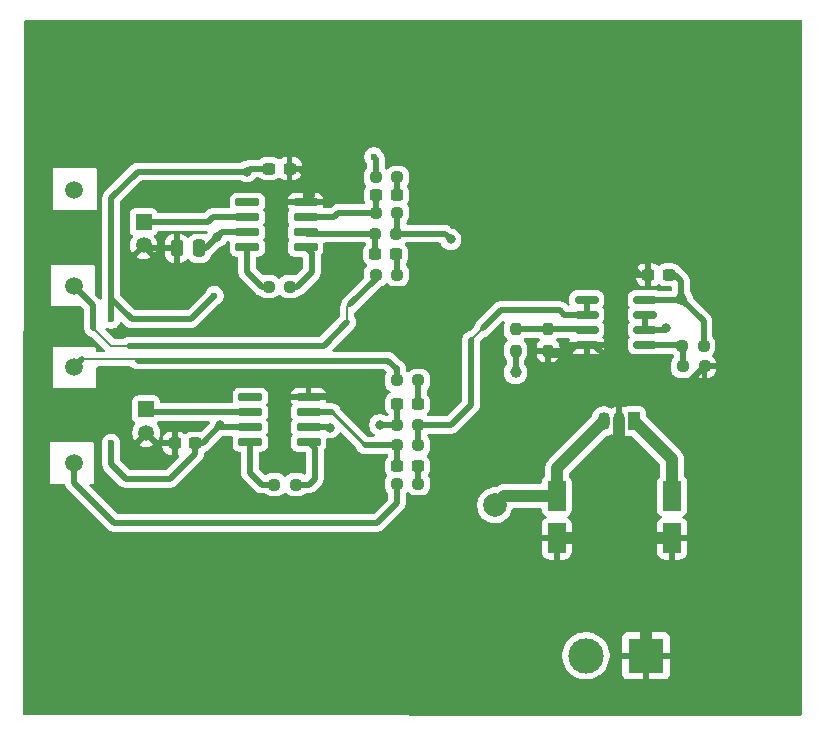
<source format=gbr>
%TF.GenerationSoftware,KiCad,Pcbnew,9.0.4*%
%TF.CreationDate,2025-09-08T12:57:19+12:00*%
%TF.ProjectId,doneIThink,646f6e65-4954-4686-996e-6b2e6b696361,rev?*%
%TF.SameCoordinates,Original*%
%TF.FileFunction,Copper,L1,Top*%
%TF.FilePolarity,Positive*%
%FSLAX46Y46*%
G04 Gerber Fmt 4.6, Leading zero omitted, Abs format (unit mm)*
G04 Created by KiCad (PCBNEW 9.0.4) date 2025-09-08 12:57:19*
%MOMM*%
%LPD*%
G01*
G04 APERTURE LIST*
G04 Aperture macros list*
%AMRoundRect*
0 Rectangle with rounded corners*
0 $1 Rounding radius*
0 $2 $3 $4 $5 $6 $7 $8 $9 X,Y pos of 4 corners*
0 Add a 4 corners polygon primitive as box body*
4,1,4,$2,$3,$4,$5,$6,$7,$8,$9,$2,$3,0*
0 Add four circle primitives for the rounded corners*
1,1,$1+$1,$2,$3*
1,1,$1+$1,$4,$5*
1,1,$1+$1,$6,$7*
1,1,$1+$1,$8,$9*
0 Add four rect primitives between the rounded corners*
20,1,$1+$1,$2,$3,$4,$5,0*
20,1,$1+$1,$4,$5,$6,$7,0*
20,1,$1+$1,$6,$7,$8,$9,0*
20,1,$1+$1,$8,$9,$2,$3,0*%
G04 Aperture macros list end*
%TA.AperFunction,SMDPad,CuDef*%
%ADD10RoundRect,0.237500X-0.250000X-0.237500X0.250000X-0.237500X0.250000X0.237500X-0.250000X0.237500X0*%
%TD*%
%TA.AperFunction,SMDPad,CuDef*%
%ADD11RoundRect,0.237500X0.250000X0.237500X-0.250000X0.237500X-0.250000X-0.237500X0.250000X-0.237500X0*%
%TD*%
%TA.AperFunction,SMDPad,CuDef*%
%ADD12RoundRect,0.237500X-0.300000X-0.237500X0.300000X-0.237500X0.300000X0.237500X-0.300000X0.237500X0*%
%TD*%
%TA.AperFunction,ComponentPad*%
%ADD13R,1.350000X1.350000*%
%TD*%
%TA.AperFunction,ComponentPad*%
%ADD14C,1.350000*%
%TD*%
%TA.AperFunction,SMDPad,CuDef*%
%ADD15RoundRect,0.250000X-0.550000X1.050000X-0.550000X-1.050000X0.550000X-1.050000X0.550000X1.050000X0*%
%TD*%
%TA.AperFunction,SMDPad,CuDef*%
%ADD16RoundRect,0.237500X0.300000X0.237500X-0.300000X0.237500X-0.300000X-0.237500X0.300000X-0.237500X0*%
%TD*%
%TA.AperFunction,SMDPad,CuDef*%
%ADD17RoundRect,0.237500X-0.237500X0.250000X-0.237500X-0.250000X0.237500X-0.250000X0.237500X0.250000X0*%
%TD*%
%TA.AperFunction,ComponentPad*%
%ADD18R,1.050000X1.500000*%
%TD*%
%TA.AperFunction,ComponentPad*%
%ADD19O,1.050000X1.500000*%
%TD*%
%TA.AperFunction,ComponentPad*%
%ADD20R,3.000000X3.000000*%
%TD*%
%TA.AperFunction,ComponentPad*%
%ADD21C,3.000000*%
%TD*%
%TA.AperFunction,SMDPad,CuDef*%
%ADD22RoundRect,0.075000X0.910000X0.225000X-0.910000X0.225000X-0.910000X-0.225000X0.910000X-0.225000X0*%
%TD*%
%TA.AperFunction,SMDPad,CuDef*%
%ADD23RoundRect,0.250000X-0.250000X-0.475000X0.250000X-0.475000X0.250000X0.475000X-0.250000X0.475000X0*%
%TD*%
%TA.AperFunction,SMDPad,CuDef*%
%ADD24RoundRect,0.237500X0.237500X-0.250000X0.237500X0.250000X-0.237500X0.250000X-0.237500X-0.250000X0*%
%TD*%
%TA.AperFunction,SMDPad,CuDef*%
%ADD25RoundRect,0.150000X-0.825000X-0.150000X0.825000X-0.150000X0.825000X0.150000X-0.825000X0.150000X0*%
%TD*%
%TA.AperFunction,ViaPad*%
%ADD26C,0.600000*%
%TD*%
%TA.AperFunction,ViaPad*%
%ADD27C,0.800000*%
%TD*%
%TA.AperFunction,ViaPad*%
%ADD28C,1.500000*%
%TD*%
%TA.AperFunction,ViaPad*%
%ADD29C,2.000000*%
%TD*%
%TA.AperFunction,ViaPad*%
%ADD30C,1.000000*%
%TD*%
%TA.AperFunction,Conductor*%
%ADD31C,0.200000*%
%TD*%
%TA.AperFunction,Conductor*%
%ADD32C,0.500000*%
%TD*%
%TA.AperFunction,Conductor*%
%ADD33C,1.000000*%
%TD*%
%TA.AperFunction,Conductor*%
%ADD34C,0.300000*%
%TD*%
G04 APERTURE END LIST*
D10*
%TO.P,R8,1*%
%TO.N,/vs1_21*%
X200425000Y-65000000D03*
%TO.P,R8,2*%
%TO.N,Net-(C11-Pad1)*%
X202250000Y-65000000D03*
%TD*%
%TO.P,R10,1*%
%TO.N,Net-(R10-Pad1)*%
X191337500Y-66000000D03*
%TO.P,R10,2*%
X193162500Y-66000000D03*
%TD*%
D11*
%TO.P,R7,1*%
%TO.N,/vRef2*%
X202250000Y-59750000D03*
%TO.P,R7,2*%
%TO.N,Net-(U4-V+IN)*%
X200425000Y-59750000D03*
%TD*%
D12*
%TO.P,C12,1*%
%TO.N,Net-(U4-V+IN)*%
X200475000Y-58250000D03*
%TO.P,C12,2*%
%TO.N,Net-(C12-Pad2)*%
X202200000Y-58250000D03*
%TD*%
%TO.P,C24,1*%
%TO.N,GNDA*%
X223500000Y-65000000D03*
%TO.P,C24,2*%
%TO.N,/vp*%
X225225000Y-65000000D03*
%TD*%
D13*
%TO.P,J3,1,Pin_1*%
%TO.N,/instrumentationAmp/vo*%
X180970000Y-76385000D03*
D14*
%TO.P,J3,2,Pin_2*%
%TO.N,GNDA*%
X180970000Y-78385000D03*
%TD*%
D15*
%TO.P,C5,1*%
%TO.N,/vp*%
X225500000Y-83700000D03*
%TO.P,C5,2*%
%TO.N,GNDA*%
X225500000Y-87300000D03*
%TD*%
D16*
%TO.P,C13,1*%
%TO.N,GNDA*%
X193112500Y-56000000D03*
%TO.P,C13,2*%
%TO.N,/vp*%
X191387500Y-56000000D03*
%TD*%
D11*
%TO.P,R6,1*%
%TO.N,/vRef2*%
X202162500Y-61500000D03*
%TO.P,R6,2*%
%TO.N,Net-(U4-V-IN)*%
X200337500Y-61500000D03*
%TD*%
D17*
%TO.P,R12,1*%
%TO.N,/single_supply_voltage_buffer/vDiv1*%
X215000000Y-69587500D03*
%TO.P,R12,2*%
%TO.N,GNDA*%
X215000000Y-71412500D03*
%TD*%
D10*
%TO.P,R5,1*%
%TO.N,Net-(R5-Pad1)*%
X191837500Y-82750000D03*
%TO.P,R5,2*%
X193662500Y-82750000D03*
%TD*%
%TO.P,R4,1*%
%TO.N,/vs2_12*%
X202200000Y-82685000D03*
%TO.P,R4,2*%
%TO.N,Net-(C8-Pad2)*%
X204025000Y-82685000D03*
%TD*%
D13*
%TO.P,J7,1,Pin_1*%
%TO.N,/instrumentationAmp1/vo*%
X180750000Y-60500000D03*
D14*
%TO.P,J7,2,Pin_2*%
%TO.N,GNDA*%
X180750000Y-62500000D03*
%TD*%
D12*
%TO.P,C8,1*%
%TO.N,Net-(U3-V+IN)*%
X202250000Y-81185000D03*
%TO.P,C8,2*%
%TO.N,Net-(C8-Pad2)*%
X203975000Y-81185000D03*
%TD*%
D10*
%TO.P,R14,1*%
%TO.N,/single_supply_voltage_buffer/vDiv2*%
X226425000Y-72750000D03*
%TO.P,R14,2*%
%TO.N,GNDA*%
X228250000Y-72750000D03*
%TD*%
D16*
%TO.P,C11,1*%
%TO.N,Net-(C11-Pad1)*%
X202112500Y-63250000D03*
%TO.P,C11,2*%
%TO.N,Net-(U4-V-IN)*%
X200387500Y-63250000D03*
%TD*%
D18*
%TO.P,U1,1,VO*%
%TO.N,/vp*%
X222270000Y-77390000D03*
D19*
%TO.P,U1,2,GND*%
%TO.N,GNDA*%
X221000000Y-77390000D03*
%TO.P,U1,3,VI*%
%TO.N,Net-(J1-Pin_2)*%
X219730000Y-77390000D03*
%TD*%
D11*
%TO.P,R13,1*%
%TO.N,/vp*%
X228162500Y-71000000D03*
%TO.P,R13,2*%
%TO.N,/single_supply_voltage_buffer/vDiv2*%
X226337500Y-71000000D03*
%TD*%
D20*
%TO.P,J1,1,Pin_1*%
%TO.N,GNDA*%
X223290000Y-97250000D03*
D21*
%TO.P,J1,2,Pin_2*%
%TO.N,Net-(J1-Pin_2)*%
X218210000Y-97250000D03*
%TD*%
D22*
%TO.P,U3,1,RG*%
%TO.N,Net-(R5-Pad1)*%
X194720000Y-79155000D03*
%TO.P,U3,2,V-IN*%
%TO.N,Net-(U3-V-IN)*%
X194720000Y-77885000D03*
%TO.P,U3,3,V+IN*%
%TO.N,Net-(U3-V+IN)*%
X194720000Y-76615000D03*
%TO.P,U3,4,V-*%
%TO.N,GNDA*%
X194720000Y-75345000D03*
%TO.P,U3,5,REF*%
%TO.N,unconnected-(U3-REF-Pad5)*%
X189780000Y-75345000D03*
%TO.P,U3,6,VOUT*%
%TO.N,/instrumentationAmp/vo*%
X189780000Y-76615000D03*
%TO.P,U3,7,V+*%
%TO.N,/vp*%
X189780000Y-77885000D03*
%TO.P,U3,8,RG*%
%TO.N,Net-(R5-Pad1)*%
X189780000Y-79155000D03*
%TD*%
D23*
%TO.P,C3,1*%
%TO.N,GNDA*%
X183550000Y-62750000D03*
%TO.P,C3,2*%
%TO.N,/vp*%
X185450000Y-62750000D03*
%TD*%
D24*
%TO.P,R11,1*%
%TO.N,/vp*%
X212250000Y-71412500D03*
%TO.P,R11,2*%
%TO.N,/single_supply_voltage_buffer/vDiv1*%
X212250000Y-69587500D03*
%TD*%
D11*
%TO.P,R2,1*%
%TO.N,/vRef1*%
X204025000Y-79435000D03*
%TO.P,R2,2*%
%TO.N,Net-(U3-V+IN)*%
X202200000Y-79435000D03*
%TD*%
D22*
%TO.P,U4,1,RG*%
%TO.N,Net-(R10-Pad1)*%
X194470000Y-62655000D03*
%TO.P,U4,2,V-IN*%
%TO.N,Net-(U4-V-IN)*%
X194470000Y-61385000D03*
%TO.P,U4,3,V+IN*%
%TO.N,Net-(U4-V+IN)*%
X194470000Y-60115000D03*
%TO.P,U4,4,V-*%
%TO.N,GNDA*%
X194470000Y-58845000D03*
%TO.P,U4,5,REF*%
%TO.N,unconnected-(U4-REF-Pad5)*%
X189530000Y-58845000D03*
%TO.P,U4,6,VOUT*%
%TO.N,/instrumentationAmp1/vo*%
X189530000Y-60115000D03*
%TO.P,U4,7,V+*%
%TO.N,/vp*%
X189530000Y-61385000D03*
%TO.P,U4,8,RG*%
%TO.N,Net-(R10-Pad1)*%
X189530000Y-62655000D03*
%TD*%
D15*
%TO.P,C1,1*%
%TO.N,Net-(J1-Pin_2)*%
X215750000Y-83700000D03*
%TO.P,C1,2*%
%TO.N,GNDA*%
X215750000Y-87300000D03*
%TD*%
D16*
%TO.P,C7,1*%
%TO.N,Net-(C7-Pad1)*%
X203975000Y-75935000D03*
%TO.P,C7,2*%
%TO.N,Net-(U3-V-IN)*%
X202250000Y-75935000D03*
%TD*%
D10*
%TO.P,R3,1*%
%TO.N,/vs1_11*%
X202200000Y-73935000D03*
%TO.P,R3,2*%
%TO.N,Net-(C7-Pad1)*%
X204025000Y-73935000D03*
%TD*%
D12*
%TO.P,C9,1*%
%TO.N,GNDA*%
X183387500Y-79250000D03*
%TO.P,C9,2*%
%TO.N,/vp*%
X185112500Y-79250000D03*
%TD*%
D10*
%TO.P,R9,1*%
%TO.N,/vs2_22*%
X200425000Y-56750000D03*
%TO.P,R9,2*%
%TO.N,Net-(C12-Pad2)*%
X202250000Y-56750000D03*
%TD*%
D25*
%TO.P,U6,1*%
%TO.N,/vRef1*%
X218275000Y-67095000D03*
%TO.P,U6,2,-*%
X218275000Y-68365000D03*
%TO.P,U6,3,+*%
%TO.N,/single_supply_voltage_buffer/vDiv1*%
X218275000Y-69635000D03*
%TO.P,U6,4,V-*%
%TO.N,GNDA*%
X218275000Y-70905000D03*
%TO.P,U6,5,+*%
%TO.N,/single_supply_voltage_buffer/vDiv2*%
X223225000Y-70905000D03*
%TO.P,U6,6,-*%
%TO.N,/vRef2*%
X223225000Y-69635000D03*
%TO.P,U6,7*%
X223225000Y-68365000D03*
%TO.P,U6,8,V+*%
%TO.N,/vp*%
X223225000Y-67095000D03*
%TD*%
D11*
%TO.P,R1,1*%
%TO.N,/vRef1*%
X204025000Y-77685000D03*
%TO.P,R1,2*%
%TO.N,Net-(U3-V-IN)*%
X202200000Y-77685000D03*
%TD*%
D26*
%TO.N,/vs1_11*%
X202200000Y-73000000D03*
D27*
%TO.N,GNDA*%
X196500000Y-75250000D03*
D26*
%TO.N,/vp*%
X178000000Y-79250000D03*
X178000000Y-68750000D03*
X186750000Y-66750000D03*
%TO.N,GNDA*%
X183500000Y-65000000D03*
D28*
%TO.N,/vs1_21*%
X174855555Y-65943703D03*
D26*
%TO.N,/vs2_22*%
X200250000Y-55000000D03*
D27*
%TO.N,GNDA*%
X218250000Y-72000000D03*
X222000000Y-64250000D03*
D29*
%TO.N,Net-(J1-Pin_2)*%
X210500000Y-84500000D03*
D28*
%TO.N,/vs2_22*%
X174857240Y-57801866D03*
D27*
%TO.N,/vp*%
X187000000Y-61750000D03*
D30*
X226250000Y-67000000D03*
D27*
X189500000Y-56250000D03*
D30*
X212250000Y-73250000D03*
D27*
X187250000Y-77750000D03*
D28*
%TO.N,/vs1_11*%
X174855555Y-72795555D03*
%TO.N,/vs2_12*%
X174855555Y-80943703D03*
D27*
%TO.N,Net-(U3-V-IN)*%
X196500000Y-77935000D03*
X200750000Y-77685000D03*
%TO.N,/vRef2*%
X206750000Y-62000000D03*
X225000000Y-69500000D03*
%TD*%
D31*
%TO.N,/vs1_21*%
X176500000Y-69500000D02*
X178000000Y-71000000D01*
X178000000Y-71000000D02*
X179500000Y-71000000D01*
%TO.N,/vs1_11*%
X175502110Y-72149000D02*
X180149000Y-72149000D01*
D32*
%TO.N,/vRef1*%
X211000000Y-68000000D02*
X209500000Y-69500000D01*
D31*
X209500000Y-69500000D02*
X208500000Y-70500000D01*
D32*
%TO.N,/vs1_11*%
X202200000Y-73000000D02*
X202200000Y-73935000D01*
X202200000Y-73000000D02*
X201450000Y-72250000D01*
X201450000Y-72250000D02*
X180250000Y-72250000D01*
%TO.N,/vs1_21*%
X179500000Y-71000000D02*
X196000000Y-71000000D01*
X196000000Y-71000000D02*
X198000000Y-69000000D01*
D31*
X198000000Y-67750000D02*
X198250000Y-67500000D01*
X198000000Y-67750000D02*
X198000000Y-69000000D01*
D32*
X198250000Y-67500000D02*
X200425000Y-65325000D01*
D31*
X200425000Y-65000000D02*
X200425000Y-65325000D01*
X200425000Y-65075000D02*
X200425000Y-65000000D01*
%TO.N,/vs1_11*%
X180149000Y-72149000D02*
X180250000Y-72250000D01*
D32*
%TO.N,GNDA*%
X196500000Y-75250000D02*
X194815000Y-75250000D01*
X194815000Y-75250000D02*
X194720000Y-75345000D01*
%TO.N,/vp*%
X178000000Y-67000000D02*
X178000000Y-68750000D01*
X178000000Y-79250000D02*
X178000000Y-81000000D01*
X178000000Y-81000000D02*
X179250000Y-82250000D01*
X183000000Y-82250000D02*
X185112500Y-80137500D01*
X179250000Y-82250000D02*
X183000000Y-82250000D01*
X185112500Y-80137500D02*
X185112500Y-79250000D01*
X189500000Y-56250000D02*
X180250000Y-56250000D01*
X179750000Y-68750000D02*
X184750000Y-68750000D01*
X180250000Y-56250000D02*
X178000000Y-58500000D01*
X178000000Y-58500000D02*
X178000000Y-67000000D01*
X178000000Y-67000000D02*
X179750000Y-68750000D01*
X184750000Y-68750000D02*
X186750000Y-66750000D01*
%TO.N,GNDA*%
X183550000Y-64950000D02*
X183500000Y-65000000D01*
X183550000Y-62750000D02*
X183550000Y-64950000D01*
%TO.N,/vs2_12*%
X202200000Y-84300000D02*
X200500000Y-86000000D01*
X202200000Y-82685000D02*
X202200000Y-84300000D01*
X200500000Y-86000000D02*
X178250000Y-86000000D01*
X174855555Y-82605555D02*
X174855555Y-80943703D01*
X178250000Y-86000000D02*
X174855555Y-82605555D01*
D31*
%TO.N,/vs2_22*%
X200425000Y-55175000D02*
X200250000Y-55000000D01*
D32*
X200425000Y-56750000D02*
X200425000Y-55175000D01*
%TO.N,GNDA*%
X181000000Y-62750000D02*
X180750000Y-62500000D01*
X225750000Y-75250000D02*
X221000000Y-75250000D01*
D33*
X223290000Y-89590000D02*
X221000000Y-87300000D01*
D32*
X181835000Y-79250000D02*
X180970000Y-78385000D01*
X218275000Y-71975000D02*
X218250000Y-72000000D01*
D33*
X223290000Y-97250000D02*
X223290000Y-89590000D01*
D32*
X216500000Y-71750000D02*
X215337500Y-71750000D01*
D33*
X221000000Y-87300000D02*
X225500000Y-87300000D01*
D32*
X183387500Y-79250000D02*
X181835000Y-79250000D01*
X215337500Y-71750000D02*
X215000000Y-71412500D01*
X218275000Y-70905000D02*
X218275000Y-71975000D01*
X194000000Y-56000000D02*
X195000000Y-57000000D01*
X193112500Y-56000000D02*
X194000000Y-56000000D01*
X218275000Y-70905000D02*
X218905000Y-70905000D01*
X217345000Y-70905000D02*
X216500000Y-71750000D01*
X195000000Y-57000000D02*
X195000000Y-58315000D01*
X228250000Y-72750000D02*
X225750000Y-75250000D01*
D33*
X215750000Y-87300000D02*
X221000000Y-87300000D01*
X221000000Y-77390000D02*
X221000000Y-87300000D01*
D32*
X218275000Y-70905000D02*
X217345000Y-70905000D01*
X221000000Y-75250000D02*
X221000000Y-77390000D01*
X218905000Y-70905000D02*
X221000000Y-73000000D01*
X222750000Y-65000000D02*
X222000000Y-64250000D01*
X195000000Y-58315000D02*
X194470000Y-58845000D01*
X221000000Y-73000000D02*
X221000000Y-75250000D01*
X183550000Y-62750000D02*
X181000000Y-62750000D01*
X223500000Y-65000000D02*
X222750000Y-65000000D01*
D33*
%TO.N,Net-(J1-Pin_2)*%
X215750000Y-83700000D02*
X211300000Y-83700000D01*
X211300000Y-83700000D02*
X210500000Y-84500000D01*
X215750000Y-83700000D02*
X215750000Y-81370000D01*
X215750000Y-81370000D02*
X219730000Y-77390000D01*
D32*
%TO.N,Net-(C7-Pad1)*%
X203975000Y-73985000D02*
X204025000Y-73935000D01*
X203975000Y-75935000D02*
X203975000Y-73985000D01*
%TO.N,Net-(C11-Pad1)*%
X202250000Y-63387500D02*
X202112500Y-63250000D01*
X202250000Y-65000000D02*
X202250000Y-63387500D01*
%TO.N,Net-(C8-Pad2)*%
X204025000Y-81235000D02*
X203975000Y-81185000D01*
X204025000Y-82685000D02*
X204025000Y-81235000D01*
%TO.N,/vp*%
X228162500Y-68912500D02*
X228162500Y-71000000D01*
X187365000Y-61385000D02*
X187000000Y-61750000D01*
X191387500Y-56000000D02*
X189750000Y-56000000D01*
D33*
X225500000Y-83700000D02*
X225500000Y-80620000D01*
D32*
X189750000Y-56000000D02*
X189500000Y-56250000D01*
X212250000Y-71412500D02*
X212250000Y-73250000D01*
D33*
X225500000Y-80620000D02*
X222270000Y-77390000D01*
D32*
X185450000Y-62750000D02*
X186000000Y-62750000D01*
X187385000Y-77885000D02*
X187250000Y-77750000D01*
X185750000Y-79250000D02*
X187250000Y-77750000D01*
X225225000Y-65000000D02*
X225750000Y-65000000D01*
X189530000Y-61385000D02*
X187365000Y-61385000D01*
X226250000Y-65500000D02*
X226250000Y-67000000D01*
X226250000Y-67000000D02*
X228162500Y-68912500D01*
X225750000Y-65000000D02*
X226250000Y-65500000D01*
X185112500Y-79250000D02*
X185750000Y-79250000D01*
X226155000Y-67095000D02*
X226250000Y-67000000D01*
X223225000Y-67095000D02*
X226155000Y-67095000D01*
X189780000Y-77885000D02*
X187385000Y-77885000D01*
X186000000Y-62750000D02*
X187000000Y-61750000D01*
%TO.N,Net-(C12-Pad2)*%
X202200000Y-58250000D02*
X202200000Y-56800000D01*
X202200000Y-56800000D02*
X202250000Y-56750000D01*
%TO.N,Net-(R5-Pad1)*%
X190750000Y-82750000D02*
X189750000Y-81750000D01*
X195250000Y-82250000D02*
X195250000Y-79685000D01*
X189750000Y-79185000D02*
X189780000Y-79155000D01*
X189750000Y-81750000D02*
X189750000Y-79185000D01*
X193662500Y-82750000D02*
X194750000Y-82750000D01*
X195250000Y-79685000D02*
X194720000Y-79155000D01*
X194750000Y-82750000D02*
X195250000Y-82250000D01*
X190750000Y-82750000D02*
X191837500Y-82750000D01*
%TO.N,Net-(R10-Pad1)*%
X195000000Y-63185000D02*
X195000000Y-64750000D01*
X191337500Y-66000000D02*
X190750000Y-66000000D01*
X194470000Y-62655000D02*
X195000000Y-63185000D01*
X195000000Y-64750000D02*
X193750000Y-66000000D01*
X189530000Y-64780000D02*
X189530000Y-62655000D01*
X190750000Y-66000000D02*
X189530000Y-64780000D01*
X193750000Y-66000000D02*
X193162500Y-66000000D01*
%TO.N,Net-(U3-V-IN)*%
X196450000Y-77885000D02*
X196500000Y-77935000D01*
X202200000Y-77685000D02*
X200750000Y-77685000D01*
X202250000Y-77635000D02*
X202200000Y-77685000D01*
X194720000Y-77885000D02*
X196450000Y-77885000D01*
X202250000Y-75935000D02*
X202250000Y-77635000D01*
%TO.N,Net-(U3-V+IN)*%
X196680000Y-76615000D02*
X194720000Y-76615000D01*
X202250000Y-79485000D02*
X202200000Y-79435000D01*
D34*
X199500000Y-79435000D02*
X196680000Y-76615000D01*
D32*
X202200000Y-79435000D02*
X199500000Y-79435000D01*
X202250000Y-81185000D02*
X202250000Y-79485000D01*
%TO.N,Net-(U4-V-IN)*%
X200337500Y-61500000D02*
X200337500Y-63200000D01*
X194585000Y-61500000D02*
X194470000Y-61385000D01*
X200337500Y-63200000D02*
X200387500Y-63250000D01*
X200337500Y-61500000D02*
X194585000Y-61500000D01*
%TO.N,Net-(U4-V+IN)*%
X200475000Y-58250000D02*
X200475000Y-59700000D01*
X200425000Y-59750000D02*
X197250000Y-59750000D01*
X196885000Y-60115000D02*
X194470000Y-60115000D01*
X197250000Y-59750000D02*
X196885000Y-60115000D01*
X200475000Y-59700000D02*
X200425000Y-59750000D01*
%TO.N,/instrumentationAmp/vo*%
X189780000Y-76615000D02*
X181200000Y-76615000D01*
X181200000Y-76615000D02*
X180970000Y-76385000D01*
%TO.N,/instrumentationAmp1/vo*%
X186250000Y-60500000D02*
X180750000Y-60500000D01*
X186635000Y-60115000D02*
X186250000Y-60500000D01*
X189530000Y-60115000D02*
X186635000Y-60115000D01*
%TO.N,/vRef1*%
X216000000Y-68000000D02*
X216365000Y-68365000D01*
X211000000Y-68000000D02*
X216000000Y-68000000D01*
X218275000Y-68365000D02*
X218275000Y-67095000D01*
X204025000Y-77685000D02*
X206815000Y-77685000D01*
X206815000Y-77685000D02*
X208500000Y-76000000D01*
X204025000Y-77685000D02*
X204090000Y-77750000D01*
X204025000Y-77685000D02*
X204025000Y-79435000D01*
X208500000Y-76000000D02*
X208500000Y-70500000D01*
X216365000Y-68365000D02*
X218275000Y-68365000D01*
%TO.N,/vRef2*%
X223225000Y-68365000D02*
X223225000Y-69635000D01*
X224865000Y-69635000D02*
X225000000Y-69500000D01*
X206250000Y-61500000D02*
X206750000Y-62000000D01*
X202162500Y-61500000D02*
X206250000Y-61500000D01*
X202250000Y-59750000D02*
X202250000Y-61412500D01*
X202250000Y-61412500D02*
X202162500Y-61500000D01*
X223225000Y-69635000D02*
X224865000Y-69635000D01*
%TO.N,/single_supply_voltage_buffer/vDiv1*%
X212250000Y-69587500D02*
X215000000Y-69587500D01*
X215000000Y-69587500D02*
X218227500Y-69587500D01*
X218227500Y-69587500D02*
X218275000Y-69635000D01*
%TO.N,/single_supply_voltage_buffer/vDiv2*%
X223225000Y-70905000D02*
X226242500Y-70905000D01*
X226425000Y-71087500D02*
X226337500Y-71000000D01*
X226425000Y-72750000D02*
X226425000Y-71087500D01*
X226242500Y-70905000D02*
X226337500Y-71000000D01*
%TO.N,/vs1_21*%
X174855555Y-65943703D02*
X176500000Y-67588148D01*
X176500000Y-67588148D02*
X176500000Y-69500000D01*
%TO.N,/vs1_11*%
X175502110Y-72149000D02*
X174855555Y-72795555D01*
%TD*%
%TA.AperFunction,Conductor*%
%TO.N,GNDA*%
G36*
X236460999Y-43439671D02*
G01*
X236506754Y-43492475D01*
X236517960Y-43543986D01*
X236517960Y-102180020D01*
X236498275Y-102247059D01*
X236445471Y-102292814D01*
X236393876Y-102304020D01*
X170636307Y-102259479D01*
X170569281Y-102239749D01*
X170523562Y-102186914D01*
X170512391Y-102135232D01*
X170518248Y-99193350D01*
X170522378Y-97118872D01*
X216209500Y-97118872D01*
X216209500Y-97381127D01*
X216221423Y-97471684D01*
X216243730Y-97641116D01*
X216268745Y-97734472D01*
X216311602Y-97894418D01*
X216311605Y-97894428D01*
X216411953Y-98136690D01*
X216411958Y-98136700D01*
X216543075Y-98363803D01*
X216702718Y-98571851D01*
X216702726Y-98571860D01*
X216888140Y-98757274D01*
X216888148Y-98757281D01*
X217096196Y-98916924D01*
X217323299Y-99048041D01*
X217323309Y-99048046D01*
X217466096Y-99107190D01*
X217565581Y-99148398D01*
X217818884Y-99216270D01*
X218067188Y-99248960D01*
X218075074Y-99249999D01*
X218078880Y-99250500D01*
X218078887Y-99250500D01*
X218341113Y-99250500D01*
X218341120Y-99250500D01*
X218601116Y-99216270D01*
X218854419Y-99148398D01*
X219096697Y-99048043D01*
X219323803Y-98916924D01*
X219531851Y-98757282D01*
X219531855Y-98757277D01*
X219531860Y-98757274D01*
X219717274Y-98571860D01*
X219717277Y-98571855D01*
X219717282Y-98571851D01*
X219876924Y-98363803D01*
X220008043Y-98136697D01*
X220108398Y-97894419D01*
X220176270Y-97641116D01*
X220210500Y-97381120D01*
X220210500Y-97118880D01*
X220176270Y-96858884D01*
X220108398Y-96605581D01*
X220060523Y-96490000D01*
X220008046Y-96363309D01*
X220008041Y-96363299D01*
X219876924Y-96136196D01*
X219717281Y-95928148D01*
X219717274Y-95928140D01*
X219531860Y-95742726D01*
X219531851Y-95742718D01*
X219478989Y-95702155D01*
X221290000Y-95702155D01*
X221290000Y-97000000D01*
X222570936Y-97000000D01*
X222559207Y-97028316D01*
X222530000Y-97175147D01*
X222530000Y-97324853D01*
X222559207Y-97471684D01*
X222570936Y-97500000D01*
X221290000Y-97500000D01*
X221290000Y-98797844D01*
X221296401Y-98857372D01*
X221296403Y-98857379D01*
X221346645Y-98992086D01*
X221346649Y-98992093D01*
X221432809Y-99107187D01*
X221432812Y-99107190D01*
X221547906Y-99193350D01*
X221547913Y-99193354D01*
X221682620Y-99243596D01*
X221682627Y-99243598D01*
X221742155Y-99249999D01*
X221742172Y-99250000D01*
X223040000Y-99250000D01*
X223040000Y-97969064D01*
X223068316Y-97980793D01*
X223215147Y-98010000D01*
X223364853Y-98010000D01*
X223511684Y-97980793D01*
X223540000Y-97969064D01*
X223540000Y-99250000D01*
X224837828Y-99250000D01*
X224837844Y-99249999D01*
X224897372Y-99243598D01*
X224897379Y-99243596D01*
X225032086Y-99193354D01*
X225032093Y-99193350D01*
X225147187Y-99107190D01*
X225147190Y-99107187D01*
X225233350Y-98992093D01*
X225233354Y-98992086D01*
X225283596Y-98857379D01*
X225283598Y-98857372D01*
X225289999Y-98797844D01*
X225290000Y-98797827D01*
X225290000Y-97500000D01*
X224009064Y-97500000D01*
X224020793Y-97471684D01*
X224050000Y-97324853D01*
X224050000Y-97175147D01*
X224020793Y-97028316D01*
X224009064Y-97000000D01*
X225290000Y-97000000D01*
X225290000Y-95702172D01*
X225289999Y-95702155D01*
X225283598Y-95642627D01*
X225283596Y-95642620D01*
X225233354Y-95507913D01*
X225233350Y-95507906D01*
X225147190Y-95392812D01*
X225147187Y-95392809D01*
X225032093Y-95306649D01*
X225032086Y-95306645D01*
X224897379Y-95256403D01*
X224897372Y-95256401D01*
X224837844Y-95250000D01*
X223540000Y-95250000D01*
X223540000Y-96530935D01*
X223511684Y-96519207D01*
X223364853Y-96490000D01*
X223215147Y-96490000D01*
X223068316Y-96519207D01*
X223040000Y-96530935D01*
X223040000Y-95250000D01*
X221742155Y-95250000D01*
X221682627Y-95256401D01*
X221682620Y-95256403D01*
X221547913Y-95306645D01*
X221547906Y-95306649D01*
X221432812Y-95392809D01*
X221432809Y-95392812D01*
X221346649Y-95507906D01*
X221346645Y-95507913D01*
X221296403Y-95642620D01*
X221296401Y-95642627D01*
X221290000Y-95702155D01*
X219478989Y-95702155D01*
X219323803Y-95583075D01*
X219096700Y-95451958D01*
X219096690Y-95451953D01*
X218854428Y-95351605D01*
X218854421Y-95351603D01*
X218854419Y-95351602D01*
X218601116Y-95283730D01*
X218543339Y-95276123D01*
X218341127Y-95249500D01*
X218341120Y-95249500D01*
X218078880Y-95249500D01*
X218078872Y-95249500D01*
X217847772Y-95279926D01*
X217818884Y-95283730D01*
X217733364Y-95306645D01*
X217565581Y-95351602D01*
X217565571Y-95351605D01*
X217323309Y-95451953D01*
X217323299Y-95451958D01*
X217096196Y-95583075D01*
X216888148Y-95742718D01*
X216702718Y-95928148D01*
X216543075Y-96136196D01*
X216411958Y-96363299D01*
X216411953Y-96363309D01*
X216311605Y-96605571D01*
X216311602Y-96605581D01*
X216243730Y-96858885D01*
X216209500Y-97118872D01*
X170522378Y-97118872D01*
X170539736Y-88399986D01*
X214450001Y-88399986D01*
X214460494Y-88502697D01*
X214515641Y-88669119D01*
X214515643Y-88669124D01*
X214607684Y-88818345D01*
X214731654Y-88942315D01*
X214880875Y-89034356D01*
X214880880Y-89034358D01*
X215047302Y-89089505D01*
X215047309Y-89089506D01*
X215150019Y-89099999D01*
X215499999Y-89099999D01*
X216000000Y-89099999D01*
X216349972Y-89099999D01*
X216349986Y-89099998D01*
X216452697Y-89089505D01*
X216619119Y-89034358D01*
X216619124Y-89034356D01*
X216768345Y-88942315D01*
X216892315Y-88818345D01*
X216984356Y-88669124D01*
X216984358Y-88669119D01*
X217039505Y-88502697D01*
X217039506Y-88502690D01*
X217049999Y-88399986D01*
X224200001Y-88399986D01*
X224210494Y-88502697D01*
X224265641Y-88669119D01*
X224265643Y-88669124D01*
X224357684Y-88818345D01*
X224481654Y-88942315D01*
X224630875Y-89034356D01*
X224630880Y-89034358D01*
X224797302Y-89089505D01*
X224797309Y-89089506D01*
X224900019Y-89099999D01*
X225249999Y-89099999D01*
X225750000Y-89099999D01*
X226099972Y-89099999D01*
X226099986Y-89099998D01*
X226202697Y-89089505D01*
X226369119Y-89034358D01*
X226369124Y-89034356D01*
X226518345Y-88942315D01*
X226642315Y-88818345D01*
X226734356Y-88669124D01*
X226734358Y-88669119D01*
X226789505Y-88502697D01*
X226789506Y-88502690D01*
X226799999Y-88399986D01*
X226800000Y-88399973D01*
X226800000Y-87550000D01*
X225750000Y-87550000D01*
X225750000Y-89099999D01*
X225249999Y-89099999D01*
X225250000Y-89099998D01*
X225250000Y-87550000D01*
X224200001Y-87550000D01*
X224200001Y-88399986D01*
X217049999Y-88399986D01*
X217050000Y-88399973D01*
X217050000Y-87550000D01*
X216000000Y-87550000D01*
X216000000Y-89099999D01*
X215499999Y-89099999D01*
X215500000Y-89099998D01*
X215500000Y-87550000D01*
X214450001Y-87550000D01*
X214450001Y-88399986D01*
X170539736Y-88399986D01*
X170550543Y-82971684D01*
X170558152Y-79150014D01*
X172837240Y-79150014D01*
X172837240Y-79640014D01*
X172837240Y-82680014D01*
X174003399Y-82680014D01*
X174070438Y-82699699D01*
X174116193Y-82752503D01*
X174125016Y-82779823D01*
X174133895Y-82824460D01*
X174133898Y-82824472D01*
X174190468Y-82961045D01*
X174190469Y-82961047D01*
X174216831Y-83000500D01*
X174216832Y-83000502D01*
X174272598Y-83083965D01*
X174272602Y-83083970D01*
X177771580Y-86582948D01*
X177771584Y-86582951D01*
X177894498Y-86665080D01*
X177894511Y-86665087D01*
X178031082Y-86721656D01*
X178031087Y-86721658D01*
X178031091Y-86721658D01*
X178031092Y-86721659D01*
X178176079Y-86750500D01*
X178176082Y-86750500D01*
X200573920Y-86750500D01*
X200671462Y-86731096D01*
X200718913Y-86721658D01*
X200855495Y-86665084D01*
X200904729Y-86632186D01*
X200978416Y-86582952D01*
X202782952Y-84778416D01*
X202860703Y-84662051D01*
X202865084Y-84655495D01*
X202921658Y-84518913D01*
X202948912Y-84381902D01*
X208999500Y-84381902D01*
X208999500Y-84618097D01*
X209036446Y-84851368D01*
X209109433Y-85075996D01*
X209196395Y-85246666D01*
X209216657Y-85286433D01*
X209355483Y-85477510D01*
X209522490Y-85644517D01*
X209713567Y-85783343D01*
X209812991Y-85834002D01*
X209924003Y-85890566D01*
X209924005Y-85890566D01*
X209924008Y-85890568D01*
X210044412Y-85929689D01*
X210148631Y-85963553D01*
X210381903Y-86000500D01*
X210381908Y-86000500D01*
X210618097Y-86000500D01*
X210851368Y-85963553D01*
X211075992Y-85890568D01*
X211286433Y-85783343D01*
X211477510Y-85644517D01*
X211644517Y-85477510D01*
X211783343Y-85286433D01*
X211890568Y-85075992D01*
X211963553Y-84851368D01*
X211970881Y-84805102D01*
X212000810Y-84741967D01*
X212060122Y-84705036D01*
X212093354Y-84700500D01*
X214327357Y-84700500D01*
X214394396Y-84720185D01*
X214440151Y-84772989D01*
X214450715Y-84811898D01*
X214460001Y-84902797D01*
X214460001Y-84902799D01*
X214515185Y-85069331D01*
X214515187Y-85069336D01*
X214607289Y-85218657D01*
X214731344Y-85342712D01*
X214815718Y-85394754D01*
X214862443Y-85446702D01*
X214873666Y-85515664D01*
X214845822Y-85579747D01*
X214815720Y-85605831D01*
X214731656Y-85657682D01*
X214607684Y-85781654D01*
X214515643Y-85930875D01*
X214515641Y-85930880D01*
X214460494Y-86097302D01*
X214460493Y-86097309D01*
X214450000Y-86200013D01*
X214450000Y-87050000D01*
X217049999Y-87050000D01*
X217049999Y-86200028D01*
X217049998Y-86200013D01*
X217039505Y-86097302D01*
X216984358Y-85930880D01*
X216984356Y-85930875D01*
X216892315Y-85781654D01*
X216768344Y-85657683D01*
X216768340Y-85657680D01*
X216684280Y-85605831D01*
X216637555Y-85553883D01*
X216626334Y-85484921D01*
X216654177Y-85420839D01*
X216684278Y-85394756D01*
X216768656Y-85342712D01*
X216892712Y-85218656D01*
X216984814Y-85069334D01*
X217039999Y-84902797D01*
X217050500Y-84800009D01*
X217050499Y-82599992D01*
X217039999Y-82497203D01*
X216984814Y-82330666D01*
X216892712Y-82181344D01*
X216786818Y-82075450D01*
X216772111Y-82048516D01*
X216755523Y-82022704D01*
X216754631Y-82016503D01*
X216753334Y-82014127D01*
X216750500Y-81987769D01*
X216750500Y-81835781D01*
X216770185Y-81768742D01*
X216786814Y-81748105D01*
X219883569Y-78651349D01*
X219944890Y-78617866D01*
X219946955Y-78617435D01*
X220029127Y-78601091D01*
X220215756Y-78523786D01*
X220296562Y-78469792D01*
X220363234Y-78448917D01*
X220430614Y-78467401D01*
X220434340Y-78469795D01*
X220514479Y-78523343D01*
X220514486Y-78523347D01*
X220701016Y-78600609D01*
X220701025Y-78600612D01*
X220750000Y-78610353D01*
X220750000Y-77755865D01*
X220752383Y-77731671D01*
X220755500Y-77716002D01*
X220755500Y-77675830D01*
X220769745Y-77690075D01*
X220855255Y-77739444D01*
X220950630Y-77765000D01*
X221049370Y-77765000D01*
X221144745Y-77739444D01*
X221230255Y-77690075D01*
X221244501Y-77675829D01*
X221244501Y-78187874D01*
X221249290Y-78232421D01*
X221250000Y-78245675D01*
X221250000Y-78610352D01*
X221298974Y-78600611D01*
X221298978Y-78600610D01*
X221379333Y-78567326D01*
X221448802Y-78559857D01*
X221494725Y-78579845D01*
X221494888Y-78579547D01*
X221498220Y-78581366D01*
X221501095Y-78582618D01*
X221502668Y-78583795D01*
X221502670Y-78583797D01*
X221549039Y-78601091D01*
X221637517Y-78634091D01*
X221697127Y-78640500D01*
X222054217Y-78640499D01*
X222121256Y-78660183D01*
X222141898Y-78676818D01*
X224463181Y-80998101D01*
X224496666Y-81059424D01*
X224499500Y-81085782D01*
X224499500Y-81987769D01*
X224479815Y-82054808D01*
X224463182Y-82075450D01*
X224357287Y-82181345D01*
X224265187Y-82330663D01*
X224265186Y-82330666D01*
X224210001Y-82497203D01*
X224210001Y-82497204D01*
X224210000Y-82497204D01*
X224199500Y-82599983D01*
X224199500Y-84800001D01*
X224199501Y-84800018D01*
X224210000Y-84902796D01*
X224210001Y-84902799D01*
X224265185Y-85069331D01*
X224265187Y-85069336D01*
X224357289Y-85218657D01*
X224481344Y-85342712D01*
X224565718Y-85394754D01*
X224612443Y-85446702D01*
X224623666Y-85515664D01*
X224595822Y-85579747D01*
X224565720Y-85605831D01*
X224481656Y-85657682D01*
X224357684Y-85781654D01*
X224265643Y-85930875D01*
X224265641Y-85930880D01*
X224210494Y-86097302D01*
X224210493Y-86097309D01*
X224200000Y-86200013D01*
X224200000Y-87050000D01*
X226799999Y-87050000D01*
X226799999Y-86200028D01*
X226799998Y-86200013D01*
X226789505Y-86097302D01*
X226734358Y-85930880D01*
X226734356Y-85930875D01*
X226642315Y-85781654D01*
X226518344Y-85657683D01*
X226518340Y-85657680D01*
X226434280Y-85605831D01*
X226387555Y-85553883D01*
X226376334Y-85484921D01*
X226404177Y-85420839D01*
X226434278Y-85394756D01*
X226518656Y-85342712D01*
X226642712Y-85218656D01*
X226734814Y-85069334D01*
X226789999Y-84902797D01*
X226800500Y-84800009D01*
X226800499Y-82599992D01*
X226789999Y-82497203D01*
X226734814Y-82330666D01*
X226642712Y-82181344D01*
X226536818Y-82075450D01*
X226503334Y-82014127D01*
X226500500Y-81987769D01*
X226500500Y-80521456D01*
X226483636Y-80436680D01*
X226470273Y-80369500D01*
X226462051Y-80328164D01*
X226419526Y-80225500D01*
X226386632Y-80146086D01*
X226357586Y-80102615D01*
X226277139Y-79982217D01*
X226134686Y-79839764D01*
X226134655Y-79839735D01*
X223331818Y-77036898D01*
X223298333Y-76975575D01*
X223295499Y-76949217D01*
X223295499Y-76592129D01*
X223295498Y-76592123D01*
X223295497Y-76592117D01*
X223289091Y-76532517D01*
X223281170Y-76511281D01*
X223238797Y-76397671D01*
X223238793Y-76397664D01*
X223152547Y-76282455D01*
X223152544Y-76282452D01*
X223037335Y-76196206D01*
X223037328Y-76196202D01*
X222902482Y-76145908D01*
X222902483Y-76145908D01*
X222842883Y-76139501D01*
X222842881Y-76139500D01*
X222842873Y-76139500D01*
X222842864Y-76139500D01*
X221697129Y-76139500D01*
X221697123Y-76139501D01*
X221637516Y-76145908D01*
X221502671Y-76196202D01*
X221502666Y-76196205D01*
X221501096Y-76197381D01*
X221499258Y-76198066D01*
X221494886Y-76200454D01*
X221494542Y-76199825D01*
X221435631Y-76221796D01*
X221379336Y-76212673D01*
X221298984Y-76179390D01*
X221298977Y-76179388D01*
X221250000Y-76169645D01*
X221250000Y-76534329D01*
X221249289Y-76547584D01*
X221244500Y-76592127D01*
X221244500Y-77104170D01*
X221230255Y-77089925D01*
X221144745Y-77040556D01*
X221049370Y-77015000D01*
X220950630Y-77015000D01*
X220855255Y-77040556D01*
X220769745Y-77089925D01*
X220755500Y-77104170D01*
X220755500Y-77063996D01*
X220755499Y-77063995D01*
X220752383Y-77048326D01*
X220750000Y-77024134D01*
X220750000Y-76169646D01*
X220749999Y-76169645D01*
X220701022Y-76179388D01*
X220701015Y-76179390D01*
X220514481Y-76256654D01*
X220514479Y-76256655D01*
X220434337Y-76310204D01*
X220367660Y-76331081D01*
X220300280Y-76312596D01*
X220296558Y-76310204D01*
X220215754Y-76256212D01*
X220029127Y-76178909D01*
X220029119Y-76178907D01*
X219831007Y-76139500D01*
X219831003Y-76139500D01*
X219628997Y-76139500D01*
X219628992Y-76139500D01*
X219430880Y-76178907D01*
X219430872Y-76178909D01*
X219244247Y-76256212D01*
X219244237Y-76256217D01*
X219076281Y-76368441D01*
X218933441Y-76511281D01*
X218821217Y-76679237D01*
X218821212Y-76679247D01*
X218743909Y-76865872D01*
X218743907Y-76865878D01*
X218727584Y-76947941D01*
X218695199Y-77009852D01*
X218693648Y-77011430D01*
X216882161Y-78822918D01*
X215112221Y-80592858D01*
X215112218Y-80592861D01*
X215071598Y-80633481D01*
X214972859Y-80732219D01*
X214863371Y-80896080D01*
X214863364Y-80896093D01*
X214820533Y-80999500D01*
X214789713Y-81073907D01*
X214789707Y-81073922D01*
X214787949Y-81078164D01*
X214749500Y-81271456D01*
X214749500Y-81987769D01*
X214729815Y-82054808D01*
X214713182Y-82075450D01*
X214607287Y-82181345D01*
X214515187Y-82330663D01*
X214515186Y-82330666D01*
X214469376Y-82468913D01*
X214460001Y-82497204D01*
X214460000Y-82497205D01*
X214450714Y-82588103D01*
X214424317Y-82652795D01*
X214367136Y-82692946D01*
X214327356Y-82699500D01*
X211201455Y-82699500D01*
X211109318Y-82717827D01*
X211109308Y-82717829D01*
X211104812Y-82718724D01*
X211008164Y-82737949D01*
X210957541Y-82758918D01*
X210950522Y-82761825D01*
X210950516Y-82761827D01*
X210826092Y-82813364D01*
X210826079Y-82813371D01*
X210662218Y-82922860D01*
X210662214Y-82922863D01*
X210621899Y-82963180D01*
X210560576Y-82996666D01*
X210534217Y-82999500D01*
X210381903Y-82999500D01*
X210148631Y-83036446D01*
X209924003Y-83109433D01*
X209713566Y-83216657D01*
X209604550Y-83295862D01*
X209522490Y-83355483D01*
X209522488Y-83355485D01*
X209522487Y-83355485D01*
X209355485Y-83522487D01*
X209355485Y-83522488D01*
X209355483Y-83522490D01*
X209320718Y-83570340D01*
X209216657Y-83713566D01*
X209109433Y-83924003D01*
X209036446Y-84148631D01*
X208999500Y-84381902D01*
X202948912Y-84381902D01*
X202950500Y-84373918D01*
X202950500Y-83517052D01*
X202959144Y-83487611D01*
X202965668Y-83457625D01*
X202969422Y-83452609D01*
X202970185Y-83450013D01*
X202986819Y-83429371D01*
X203024819Y-83391371D01*
X203086142Y-83357886D01*
X203155834Y-83362870D01*
X203200181Y-83391371D01*
X203314150Y-83505340D01*
X203460984Y-83595908D01*
X203624747Y-83650174D01*
X203725823Y-83660500D01*
X204324176Y-83660499D01*
X204324184Y-83660498D01*
X204324187Y-83660498D01*
X204379530Y-83654844D01*
X204425253Y-83650174D01*
X204589016Y-83595908D01*
X204735850Y-83505340D01*
X204857840Y-83383350D01*
X204948408Y-83236516D01*
X205002674Y-83072753D01*
X205013000Y-82971677D01*
X205012999Y-82398324D01*
X205006087Y-82330663D01*
X205002674Y-82297247D01*
X204979867Y-82228421D01*
X204948408Y-82133484D01*
X204948404Y-82133478D01*
X204948403Y-82133475D01*
X204866134Y-82000097D01*
X204847693Y-81932705D01*
X204866134Y-81869903D01*
X204885139Y-81839092D01*
X204948408Y-81736516D01*
X205002674Y-81572753D01*
X205013000Y-81471677D01*
X205012999Y-80898324D01*
X205012770Y-80896086D01*
X205002674Y-80797247D01*
X204948408Y-80633484D01*
X204857840Y-80486650D01*
X204768871Y-80397681D01*
X204735386Y-80336358D01*
X204740370Y-80266666D01*
X204768871Y-80222319D01*
X204805690Y-80185500D01*
X204857840Y-80133350D01*
X204948408Y-79986516D01*
X205002674Y-79822753D01*
X205013000Y-79721677D01*
X205012999Y-79148324D01*
X205002674Y-79047247D01*
X204948408Y-78883484D01*
X204857840Y-78736650D01*
X204811819Y-78690629D01*
X204797115Y-78663701D01*
X204780523Y-78637883D01*
X204779631Y-78631682D01*
X204778334Y-78629306D01*
X204775500Y-78602948D01*
X204775500Y-78559500D01*
X204795185Y-78492461D01*
X204847989Y-78446706D01*
X204899500Y-78435500D01*
X206888920Y-78435500D01*
X206986462Y-78416096D01*
X207033913Y-78406658D01*
X207170495Y-78350084D01*
X207229735Y-78310501D01*
X207293416Y-78267952D01*
X209082952Y-76478416D01*
X209136904Y-76397669D01*
X209137960Y-76396089D01*
X209137961Y-76396087D01*
X209165084Y-76355495D01*
X209221658Y-76218913D01*
X209236180Y-76145908D01*
X209250500Y-76073920D01*
X209250500Y-70650097D01*
X209270185Y-70583058D01*
X209286819Y-70562416D01*
X209428895Y-70420340D01*
X209578302Y-70270932D01*
X209639623Y-70237449D01*
X209641638Y-70237028D01*
X209718912Y-70221658D01*
X209855494Y-70165084D01*
X209978416Y-70082952D01*
X211118410Y-68942956D01*
X211179733Y-68909472D01*
X211249424Y-68914456D01*
X211305358Y-68956327D01*
X211329775Y-69021792D01*
X211323797Y-69069640D01*
X211284826Y-69187247D01*
X211284826Y-69187248D01*
X211284825Y-69187248D01*
X211274500Y-69288315D01*
X211274500Y-69886669D01*
X211274501Y-69886687D01*
X211284825Y-69987752D01*
X211313417Y-70074035D01*
X211336766Y-70144498D01*
X211339092Y-70151515D01*
X211339093Y-70151518D01*
X211349227Y-70167948D01*
X211428689Y-70296776D01*
X211429661Y-70298351D01*
X211543629Y-70412319D01*
X211577114Y-70473642D01*
X211572130Y-70543334D01*
X211543629Y-70587681D01*
X211429661Y-70701648D01*
X211339093Y-70848481D01*
X211339091Y-70848486D01*
X211311719Y-70931088D01*
X211284826Y-71012247D01*
X211284826Y-71012248D01*
X211284825Y-71012248D01*
X211274500Y-71113315D01*
X211274500Y-71711669D01*
X211274501Y-71711687D01*
X211284825Y-71812752D01*
X211320183Y-71919454D01*
X211339020Y-71976300D01*
X211339092Y-71976515D01*
X211339093Y-71976518D01*
X211429661Y-72123351D01*
X211463181Y-72156871D01*
X211496666Y-72218194D01*
X211499500Y-72244552D01*
X211499500Y-72535389D01*
X211479815Y-72602428D01*
X211474763Y-72609370D01*
X211363371Y-72776079D01*
X211363364Y-72776092D01*
X211287950Y-72958160D01*
X211287947Y-72958170D01*
X211249500Y-73151456D01*
X211249500Y-73151459D01*
X211249500Y-73348541D01*
X211249500Y-73348543D01*
X211249499Y-73348543D01*
X211287947Y-73541829D01*
X211287950Y-73541839D01*
X211363364Y-73723907D01*
X211363371Y-73723920D01*
X211472860Y-73887781D01*
X211472863Y-73887785D01*
X211612214Y-74027136D01*
X211612218Y-74027139D01*
X211776079Y-74136628D01*
X211776092Y-74136635D01*
X211958160Y-74212049D01*
X211958165Y-74212051D01*
X211958169Y-74212051D01*
X211958170Y-74212052D01*
X212151456Y-74250500D01*
X212151459Y-74250500D01*
X212348543Y-74250500D01*
X212493447Y-74221676D01*
X212541835Y-74212051D01*
X212723914Y-74136632D01*
X212887782Y-74027139D01*
X213027139Y-73887782D01*
X213136632Y-73723914D01*
X213212051Y-73541835D01*
X213224632Y-73478582D01*
X213250500Y-73348543D01*
X213250500Y-73151456D01*
X213212052Y-72958170D01*
X213212051Y-72958169D01*
X213212051Y-72958165D01*
X213194208Y-72915087D01*
X213136635Y-72776092D01*
X213136628Y-72776079D01*
X213023755Y-72607153D01*
X213025278Y-72606135D01*
X213001331Y-72549723D01*
X213000500Y-72535389D01*
X213000500Y-72244552D01*
X213020185Y-72177513D01*
X213036819Y-72156871D01*
X213070340Y-72123350D01*
X213160908Y-71976516D01*
X213215174Y-71812753D01*
X213225500Y-71711677D01*
X213225500Y-71711654D01*
X214025001Y-71711654D01*
X214035319Y-71812652D01*
X214089546Y-71976300D01*
X214089551Y-71976311D01*
X214180052Y-72123034D01*
X214180055Y-72123038D01*
X214301961Y-72244944D01*
X214301965Y-72244947D01*
X214448688Y-72335448D01*
X214448699Y-72335453D01*
X214612347Y-72389680D01*
X214713352Y-72399999D01*
X214750000Y-72399999D01*
X215250000Y-72399999D01*
X215286640Y-72399999D01*
X215286654Y-72399998D01*
X215387652Y-72389680D01*
X215551300Y-72335453D01*
X215551311Y-72335448D01*
X215698034Y-72244947D01*
X215698038Y-72244944D01*
X215819944Y-72123038D01*
X215819947Y-72123034D01*
X215910448Y-71976311D01*
X215910453Y-71976300D01*
X215964680Y-71812652D01*
X215974999Y-71711654D01*
X215975000Y-71711641D01*
X215975000Y-71662500D01*
X215250000Y-71662500D01*
X215250000Y-72399999D01*
X214750000Y-72399999D01*
X214750000Y-71662500D01*
X214025001Y-71662500D01*
X214025001Y-71711654D01*
X213225500Y-71711654D01*
X213225499Y-71398142D01*
X213225499Y-71113330D01*
X213225498Y-71113312D01*
X213215174Y-71012247D01*
X213160908Y-70848484D01*
X213070340Y-70701650D01*
X212956371Y-70587681D01*
X212952032Y-70579735D01*
X212944785Y-70574310D01*
X212935550Y-70549550D01*
X212922886Y-70526358D01*
X212923531Y-70517328D01*
X212920368Y-70508846D01*
X212925984Y-70483025D01*
X212927870Y-70456666D01*
X212933688Y-70447612D01*
X212935220Y-70440573D01*
X212956371Y-70412319D01*
X212994371Y-70374319D01*
X213055694Y-70340834D01*
X213082052Y-70338000D01*
X214167948Y-70338000D01*
X214234987Y-70357685D01*
X214255629Y-70374319D01*
X214293982Y-70412672D01*
X214327467Y-70473995D01*
X214322483Y-70543687D01*
X214293983Y-70588034D01*
X214180052Y-70701965D01*
X214089551Y-70848688D01*
X214089546Y-70848699D01*
X214035319Y-71012347D01*
X214025000Y-71113345D01*
X214025000Y-71162500D01*
X215974999Y-71162500D01*
X215974999Y-71155001D01*
X216802704Y-71155001D01*
X216802899Y-71157486D01*
X216848718Y-71315198D01*
X216932314Y-71456552D01*
X216932321Y-71456561D01*
X217048438Y-71572678D01*
X217048447Y-71572685D01*
X217189803Y-71656282D01*
X217189806Y-71656283D01*
X217347504Y-71702099D01*
X217347510Y-71702100D01*
X217384350Y-71704999D01*
X217384366Y-71705000D01*
X218025000Y-71705000D01*
X218525000Y-71705000D01*
X219165634Y-71705000D01*
X219165649Y-71704999D01*
X219202489Y-71702100D01*
X219202495Y-71702099D01*
X219360193Y-71656283D01*
X219360196Y-71656282D01*
X219501552Y-71572685D01*
X219501561Y-71572678D01*
X219617678Y-71456561D01*
X219617685Y-71456552D01*
X219701281Y-71315198D01*
X219747100Y-71157486D01*
X219747295Y-71155001D01*
X219747295Y-71155000D01*
X218525000Y-71155000D01*
X218525000Y-71705000D01*
X218025000Y-71705000D01*
X218025000Y-71155000D01*
X216802705Y-71155000D01*
X216802704Y-71155001D01*
X215974999Y-71155001D01*
X215974999Y-71113360D01*
X215974998Y-71113345D01*
X215964680Y-71012347D01*
X215910453Y-70848699D01*
X215910448Y-70848688D01*
X215819947Y-70701965D01*
X215819944Y-70701961D01*
X215706017Y-70588034D01*
X215701678Y-70580088D01*
X215694430Y-70574662D01*
X215685195Y-70549902D01*
X215672532Y-70526711D01*
X215673177Y-70517680D01*
X215670014Y-70509197D01*
X215675630Y-70483378D01*
X215677516Y-70457019D01*
X215683335Y-70447963D01*
X215684867Y-70440925D01*
X215706015Y-70412674D01*
X215744372Y-70374318D01*
X215805695Y-70340833D01*
X215832052Y-70338000D01*
X216729120Y-70338000D01*
X216796159Y-70357685D01*
X216841914Y-70410489D01*
X216851858Y-70479647D01*
X216848197Y-70496594D01*
X216802899Y-70652511D01*
X216802704Y-70654998D01*
X216802705Y-70655000D01*
X219747295Y-70655000D01*
X219747295Y-70654998D01*
X219747100Y-70652513D01*
X219701281Y-70494801D01*
X219617685Y-70353447D01*
X219612900Y-70347278D01*
X219615366Y-70345364D01*
X219588802Y-70296776D01*
X219593749Y-70227082D01*
X219614856Y-70194232D01*
X219613301Y-70193026D01*
X219618077Y-70186868D01*
X219618081Y-70186865D01*
X219701744Y-70045398D01*
X219739033Y-69917049D01*
X219747597Y-69887573D01*
X219747598Y-69887567D01*
X219747669Y-69886669D01*
X219750500Y-69850694D01*
X219750500Y-69419306D01*
X219747598Y-69382431D01*
X219744506Y-69371789D01*
X219701745Y-69224606D01*
X219701744Y-69224603D01*
X219701744Y-69224602D01*
X219618081Y-69083135D01*
X219618078Y-69083132D01*
X219613298Y-69076969D01*
X219615750Y-69075066D01*
X219589155Y-69026421D01*
X219594104Y-68956726D01*
X219614940Y-68924304D01*
X219613298Y-68923031D01*
X219618075Y-68916870D01*
X219618081Y-68916865D01*
X219701744Y-68775398D01*
X219747598Y-68617569D01*
X219750500Y-68580694D01*
X219750500Y-68149306D01*
X219747598Y-68112431D01*
X219739033Y-68082952D01*
X219703908Y-67962051D01*
X219701744Y-67954602D01*
X219618081Y-67813135D01*
X219618078Y-67813132D01*
X219613298Y-67806969D01*
X219615750Y-67805066D01*
X219589155Y-67756421D01*
X219594104Y-67686726D01*
X219614940Y-67654304D01*
X219613298Y-67653031D01*
X219618075Y-67646870D01*
X219618081Y-67646865D01*
X219701744Y-67505398D01*
X219747598Y-67347569D01*
X219750500Y-67310694D01*
X219750500Y-66879306D01*
X219750499Y-66879298D01*
X221749500Y-66879298D01*
X221749500Y-67310701D01*
X221752401Y-67347567D01*
X221752402Y-67347573D01*
X221798254Y-67505393D01*
X221798255Y-67505396D01*
X221798256Y-67505398D01*
X221800506Y-67509202D01*
X221881917Y-67646862D01*
X221886702Y-67653031D01*
X221884256Y-67654927D01*
X221910857Y-67703642D01*
X221905873Y-67773334D01*
X221885069Y-67805703D01*
X221886702Y-67806969D01*
X221881917Y-67813137D01*
X221798255Y-67954603D01*
X221798254Y-67954606D01*
X221752402Y-68112426D01*
X221752401Y-68112432D01*
X221749500Y-68149298D01*
X221749500Y-68580701D01*
X221752401Y-68617567D01*
X221752402Y-68617573D01*
X221798254Y-68775393D01*
X221798255Y-68775396D01*
X221881917Y-68916862D01*
X221886702Y-68923031D01*
X221884256Y-68924927D01*
X221910857Y-68973642D01*
X221905873Y-69043334D01*
X221885069Y-69075703D01*
X221886702Y-69076969D01*
X221881917Y-69083137D01*
X221798255Y-69224603D01*
X221798254Y-69224606D01*
X221752402Y-69382426D01*
X221752401Y-69382432D01*
X221749500Y-69419298D01*
X221749500Y-69850701D01*
X221752401Y-69887567D01*
X221752402Y-69887573D01*
X221798254Y-70045393D01*
X221798255Y-70045396D01*
X221798256Y-70045398D01*
X221824097Y-70089093D01*
X221881917Y-70186862D01*
X221886702Y-70193031D01*
X221884256Y-70194927D01*
X221910857Y-70243642D01*
X221905873Y-70313334D01*
X221885069Y-70345703D01*
X221886702Y-70346969D01*
X221881917Y-70353137D01*
X221798255Y-70494603D01*
X221798254Y-70494606D01*
X221752402Y-70652426D01*
X221752401Y-70652432D01*
X221749500Y-70689298D01*
X221749500Y-71120701D01*
X221752401Y-71157567D01*
X221752402Y-71157573D01*
X221798254Y-71315393D01*
X221798255Y-71315396D01*
X221881917Y-71456862D01*
X221881923Y-71456870D01*
X221998129Y-71573076D01*
X221998133Y-71573079D01*
X221998135Y-71573081D01*
X222139602Y-71656744D01*
X222152269Y-71660424D01*
X222297426Y-71702597D01*
X222297429Y-71702597D01*
X222297431Y-71702598D01*
X222334306Y-71705500D01*
X222334314Y-71705500D01*
X224115686Y-71705500D01*
X224115694Y-71705500D01*
X224152569Y-71702598D01*
X224152571Y-71702597D01*
X224152573Y-71702597D01*
X224297733Y-71660424D01*
X224332328Y-71655500D01*
X225410746Y-71655500D01*
X225439979Y-71664083D01*
X225469775Y-71670452D01*
X225474129Y-71674111D01*
X225477785Y-71675185D01*
X225498107Y-71691499D01*
X225504110Y-71697458D01*
X225504660Y-71698350D01*
X225626650Y-71820340D01*
X225629928Y-71822362D01*
X225637715Y-71830092D01*
X225651333Y-71854818D01*
X225667645Y-71877858D01*
X225667966Y-71885017D01*
X225671423Y-71891293D01*
X225669512Y-71919454D01*
X225670778Y-71947657D01*
X225667163Y-71954073D01*
X225666693Y-71961002D01*
X225652484Y-71980127D01*
X225638036Y-72005773D01*
X225592161Y-72051648D01*
X225501593Y-72198481D01*
X225501591Y-72198486D01*
X225483220Y-72253927D01*
X225447326Y-72362247D01*
X225447326Y-72362248D01*
X225447325Y-72362248D01*
X225437000Y-72463315D01*
X225437000Y-73036669D01*
X225437001Y-73036687D01*
X225447325Y-73137752D01*
X225472150Y-73212667D01*
X225501520Y-73301300D01*
X225501592Y-73301515D01*
X225501593Y-73301518D01*
X225535895Y-73357129D01*
X225592160Y-73448350D01*
X225714150Y-73570340D01*
X225860984Y-73660908D01*
X226024747Y-73715174D01*
X226125823Y-73725500D01*
X226724176Y-73725499D01*
X226724184Y-73725498D01*
X226724187Y-73725498D01*
X226779530Y-73719844D01*
X226825253Y-73715174D01*
X226989016Y-73660908D01*
X227135850Y-73570340D01*
X227250175Y-73456014D01*
X227311494Y-73422532D01*
X227381186Y-73427516D01*
X227425534Y-73456017D01*
X227539461Y-73569944D01*
X227539465Y-73569947D01*
X227686188Y-73660448D01*
X227686199Y-73660453D01*
X227849847Y-73714680D01*
X227950851Y-73724999D01*
X228500000Y-73724999D01*
X228549140Y-73724999D01*
X228549154Y-73724998D01*
X228650152Y-73714680D01*
X228813800Y-73660453D01*
X228813811Y-73660448D01*
X228960534Y-73569947D01*
X228960538Y-73569944D01*
X229082444Y-73448038D01*
X229082447Y-73448034D01*
X229172948Y-73301311D01*
X229172953Y-73301300D01*
X229227180Y-73137652D01*
X229237499Y-73036654D01*
X229237500Y-73036641D01*
X229237500Y-73000000D01*
X228500000Y-73000000D01*
X228500000Y-73724999D01*
X227950851Y-73724999D01*
X227999999Y-73724998D01*
X228000000Y-73724998D01*
X228000000Y-72874000D01*
X228019685Y-72806961D01*
X228072489Y-72761206D01*
X228124000Y-72750000D01*
X228250000Y-72750000D01*
X228250000Y-72624000D01*
X228269685Y-72556961D01*
X228322489Y-72511206D01*
X228374000Y-72500000D01*
X229237499Y-72500000D01*
X229237499Y-72463360D01*
X229237498Y-72463345D01*
X229227180Y-72362347D01*
X229172953Y-72198699D01*
X229172948Y-72198688D01*
X229082447Y-72051965D01*
X229082444Y-72051961D01*
X228960540Y-71930057D01*
X228959876Y-71929532D01*
X228959538Y-71929055D01*
X228955431Y-71924948D01*
X228956132Y-71924246D01*
X228919499Y-71872511D01*
X228916359Y-71802712D01*
X228949104Y-71744585D01*
X228995340Y-71698350D01*
X229085908Y-71551516D01*
X229140174Y-71387753D01*
X229150500Y-71286677D01*
X229150499Y-70713324D01*
X229140174Y-70612247D01*
X229085908Y-70448484D01*
X228995340Y-70301650D01*
X228949319Y-70255629D01*
X228915834Y-70194306D01*
X228913000Y-70167948D01*
X228913000Y-68838579D01*
X228884159Y-68693592D01*
X228884158Y-68693591D01*
X228884158Y-68693587D01*
X228852672Y-68617573D01*
X228827587Y-68557011D01*
X228827580Y-68556998D01*
X228745452Y-68434085D01*
X228745451Y-68434084D01*
X228640916Y-68329549D01*
X227964398Y-67653031D01*
X227285989Y-66974621D01*
X227252504Y-66913298D01*
X227251168Y-66904815D01*
X227212052Y-66708170D01*
X227212051Y-66708169D01*
X227212051Y-66708165D01*
X227200525Y-66680339D01*
X227136635Y-66526092D01*
X227136628Y-66526079D01*
X227023755Y-66357153D01*
X227025278Y-66356135D01*
X227001331Y-66299723D01*
X227000500Y-66285389D01*
X227000500Y-65426079D01*
X226971659Y-65281092D01*
X226971658Y-65281091D01*
X226971658Y-65281087D01*
X226965951Y-65267308D01*
X226915087Y-65144511D01*
X226915083Y-65144504D01*
X226870519Y-65077809D01*
X226870517Y-65077806D01*
X226832954Y-65021586D01*
X226832952Y-65021584D01*
X226228421Y-64417052D01*
X226228417Y-64417049D01*
X226228416Y-64417048D01*
X226166849Y-64375911D01*
X226130203Y-64337907D01*
X226107840Y-64301650D01*
X225985850Y-64179660D01*
X225894629Y-64123395D01*
X225839018Y-64089093D01*
X225839013Y-64089091D01*
X225797838Y-64075447D01*
X225675253Y-64034826D01*
X225675251Y-64034825D01*
X225574178Y-64024500D01*
X224875830Y-64024500D01*
X224875812Y-64024501D01*
X224774747Y-64034825D01*
X224610984Y-64089092D01*
X224610981Y-64089093D01*
X224464148Y-64179661D01*
X224449825Y-64193984D01*
X224388501Y-64227468D01*
X224318809Y-64222482D01*
X224274465Y-64193982D01*
X224260538Y-64180055D01*
X224260534Y-64180052D01*
X224113811Y-64089551D01*
X224113800Y-64089546D01*
X223950152Y-64035319D01*
X223849154Y-64025000D01*
X223750000Y-64025000D01*
X223750000Y-65974999D01*
X223849140Y-65974999D01*
X223849154Y-65974998D01*
X223950152Y-65964680D01*
X224113800Y-65910453D01*
X224113811Y-65910448D01*
X224260535Y-65819947D01*
X224274460Y-65806021D01*
X224335782Y-65772533D01*
X224405473Y-65777514D01*
X224449827Y-65806017D01*
X224464150Y-65820340D01*
X224610984Y-65910908D01*
X224774747Y-65965174D01*
X224875823Y-65975500D01*
X225375500Y-65975499D01*
X225384186Y-65978049D01*
X225393147Y-65976761D01*
X225417183Y-65987738D01*
X225442539Y-65995183D01*
X225448467Y-66002025D01*
X225456703Y-66005786D01*
X225470989Y-66028017D01*
X225488294Y-66047987D01*
X225490581Y-66058502D01*
X225494477Y-66064564D01*
X225499500Y-66099499D01*
X225499500Y-66220500D01*
X225479815Y-66287539D01*
X225427011Y-66333294D01*
X225375500Y-66344500D01*
X224332328Y-66344500D01*
X224297733Y-66339576D01*
X224152573Y-66297402D01*
X224152567Y-66297401D01*
X224115701Y-66294500D01*
X224115694Y-66294500D01*
X222334306Y-66294500D01*
X222334298Y-66294500D01*
X222297432Y-66297401D01*
X222297426Y-66297402D01*
X222139606Y-66343254D01*
X222139603Y-66343255D01*
X221998137Y-66426917D01*
X221998129Y-66426923D01*
X221881923Y-66543129D01*
X221881917Y-66543137D01*
X221798257Y-66684600D01*
X221798254Y-66684606D01*
X221752402Y-66842426D01*
X221752401Y-66842432D01*
X221749500Y-66879298D01*
X219750499Y-66879298D01*
X219747598Y-66842431D01*
X219743651Y-66828846D01*
X219708588Y-66708160D01*
X219701744Y-66684602D01*
X219693791Y-66671155D01*
X219618082Y-66543137D01*
X219618081Y-66543135D01*
X219618079Y-66543133D01*
X219618076Y-66543129D01*
X219501870Y-66426923D01*
X219501862Y-66426917D01*
X219392461Y-66362218D01*
X219360398Y-66343256D01*
X219360397Y-66343255D01*
X219360396Y-66343255D01*
X219360393Y-66343254D01*
X219202573Y-66297402D01*
X219202567Y-66297401D01*
X219165701Y-66294500D01*
X219165694Y-66294500D01*
X217384306Y-66294500D01*
X217384298Y-66294500D01*
X217347432Y-66297401D01*
X217347426Y-66297402D01*
X217189606Y-66343254D01*
X217189603Y-66343255D01*
X217048137Y-66426917D01*
X217048129Y-66426923D01*
X216931923Y-66543129D01*
X216931917Y-66543137D01*
X216848257Y-66684600D01*
X216848254Y-66684606D01*
X216802402Y-66842426D01*
X216802401Y-66842432D01*
X216799500Y-66879298D01*
X216799500Y-67310701D01*
X216802401Y-67347567D01*
X216802402Y-67347573D01*
X216828786Y-67438384D01*
X216828587Y-67508253D01*
X216790645Y-67566923D01*
X216727007Y-67595767D01*
X216657877Y-67585626D01*
X216622029Y-67560660D01*
X216478421Y-67417052D01*
X216478414Y-67417046D01*
X216404729Y-67367812D01*
X216404729Y-67367813D01*
X216355491Y-67334913D01*
X216218917Y-67278343D01*
X216218907Y-67278340D01*
X216073920Y-67249500D01*
X216073918Y-67249500D01*
X211073917Y-67249500D01*
X210926082Y-67249500D01*
X210926080Y-67249500D01*
X210781092Y-67278340D01*
X210781082Y-67278343D01*
X210644511Y-67334912D01*
X210644498Y-67334919D01*
X210521584Y-67417048D01*
X210521580Y-67417051D01*
X208917052Y-69021578D01*
X208917052Y-69021579D01*
X208917049Y-69021582D01*
X208917048Y-69021584D01*
X208882396Y-69073446D01*
X208834918Y-69144502D01*
X208834914Y-69144509D01*
X208778341Y-69281089D01*
X208778340Y-69281091D01*
X208763000Y-69358210D01*
X208730614Y-69420120D01*
X208729064Y-69421698D01*
X208421699Y-69729064D01*
X208360376Y-69762549D01*
X208358210Y-69763000D01*
X208281092Y-69778340D01*
X208281084Y-69778342D01*
X208144511Y-69834912D01*
X208144498Y-69834919D01*
X208021584Y-69917048D01*
X208021580Y-69917051D01*
X207917051Y-70021580D01*
X207917048Y-70021584D01*
X207834919Y-70144498D01*
X207834912Y-70144511D01*
X207778343Y-70281082D01*
X207778340Y-70281092D01*
X207749500Y-70426079D01*
X207749500Y-75637770D01*
X207729815Y-75704809D01*
X207713181Y-75725451D01*
X206540451Y-76898181D01*
X206479128Y-76931666D01*
X206452770Y-76934500D01*
X204857052Y-76934500D01*
X204827611Y-76925855D01*
X204797625Y-76919332D01*
X204792609Y-76915577D01*
X204790013Y-76914815D01*
X204769371Y-76898181D01*
X204768871Y-76897681D01*
X204735386Y-76836358D01*
X204740370Y-76766666D01*
X204768871Y-76722319D01*
X204811953Y-76679237D01*
X204857840Y-76633350D01*
X204948408Y-76486516D01*
X205002674Y-76322753D01*
X205013000Y-76221677D01*
X205012999Y-75648324D01*
X205002674Y-75547247D01*
X204948408Y-75383484D01*
X204857840Y-75236650D01*
X204761819Y-75140629D01*
X204747115Y-75113701D01*
X204730523Y-75087883D01*
X204729631Y-75081682D01*
X204728334Y-75079306D01*
X204725500Y-75052948D01*
X204725500Y-74817052D01*
X204745185Y-74750013D01*
X204761819Y-74729371D01*
X204781641Y-74709549D01*
X204857840Y-74633350D01*
X204948408Y-74486516D01*
X205002674Y-74322753D01*
X205013000Y-74221677D01*
X205012999Y-73648324D01*
X205004992Y-73569944D01*
X205002674Y-73547247D01*
X204972443Y-73456017D01*
X204948408Y-73383484D01*
X204857840Y-73236650D01*
X204735850Y-73114660D01*
X204589016Y-73024092D01*
X204425253Y-72969826D01*
X204425251Y-72969825D01*
X204324178Y-72959500D01*
X203725830Y-72959500D01*
X203725812Y-72959501D01*
X203624747Y-72969825D01*
X203460984Y-73024092D01*
X203460981Y-73024093D01*
X203314151Y-73114659D01*
X203202771Y-73226039D01*
X203141448Y-73259523D01*
X203071756Y-73254539D01*
X203015823Y-73212667D01*
X202991406Y-73147203D01*
X202993472Y-73114170D01*
X203000500Y-73078842D01*
X203000500Y-72921158D01*
X203000500Y-72921155D01*
X203000499Y-72921153D01*
X202982954Y-72832948D01*
X202969737Y-72766503D01*
X202910711Y-72624000D01*
X202909397Y-72620827D01*
X202909390Y-72620814D01*
X202821789Y-72489711D01*
X202821786Y-72489707D01*
X202710292Y-72378213D01*
X202710284Y-72378207D01*
X202579181Y-72290607D01*
X202579179Y-72290606D01*
X202555521Y-72280806D01*
X202515295Y-72253927D01*
X201928421Y-71667052D01*
X201928414Y-71667046D01*
X201828818Y-71600499D01*
X201828817Y-71600499D01*
X201805495Y-71584916D01*
X201805488Y-71584912D01*
X201668917Y-71528343D01*
X201668907Y-71528340D01*
X201523920Y-71499500D01*
X201523918Y-71499500D01*
X196861230Y-71499500D01*
X196794191Y-71479815D01*
X196748436Y-71427011D01*
X196738492Y-71357853D01*
X196767517Y-71294297D01*
X196773549Y-71287819D01*
X198582946Y-69478421D01*
X198582945Y-69478421D01*
X198582951Y-69478416D01*
X198665084Y-69355494D01*
X198721658Y-69218913D01*
X198748666Y-69083137D01*
X198750500Y-69073919D01*
X198750500Y-68926080D01*
X198721659Y-68781093D01*
X198721658Y-68781092D01*
X198721658Y-68781088D01*
X198665084Y-68644506D01*
X198621396Y-68579122D01*
X198600520Y-68512445D01*
X198600500Y-68510233D01*
X198600500Y-68234700D01*
X198620185Y-68167661D01*
X198655609Y-68131598D01*
X198728416Y-68082952D01*
X200835790Y-65975575D01*
X200884463Y-65945553D01*
X200989016Y-65910908D01*
X201135850Y-65820340D01*
X201249819Y-65706371D01*
X201311142Y-65672886D01*
X201380834Y-65677870D01*
X201425181Y-65706371D01*
X201539150Y-65820340D01*
X201685984Y-65910908D01*
X201849747Y-65965174D01*
X201950823Y-65975500D01*
X202549176Y-65975499D01*
X202549184Y-65975498D01*
X202549187Y-65975498D01*
X202604530Y-65969844D01*
X202650253Y-65965174D01*
X202814016Y-65910908D01*
X202960850Y-65820340D01*
X203082840Y-65698350D01*
X203173408Y-65551516D01*
X203227674Y-65387753D01*
X203238000Y-65286677D01*
X203238000Y-65286654D01*
X222462501Y-65286654D01*
X222472819Y-65387652D01*
X222527046Y-65551300D01*
X222527051Y-65551311D01*
X222617552Y-65698034D01*
X222617555Y-65698038D01*
X222739461Y-65819944D01*
X222739465Y-65819947D01*
X222886188Y-65910448D01*
X222886199Y-65910453D01*
X223049847Y-65964680D01*
X223150851Y-65974999D01*
X223250000Y-65974998D01*
X223250000Y-65250000D01*
X222462501Y-65250000D01*
X222462501Y-65286654D01*
X203238000Y-65286654D01*
X203237999Y-64998917D01*
X203237999Y-64713345D01*
X222462500Y-64713345D01*
X222462500Y-64750000D01*
X223250000Y-64750000D01*
X223250000Y-64024999D01*
X223150860Y-64025000D01*
X223150844Y-64025001D01*
X223049847Y-64035319D01*
X222886199Y-64089546D01*
X222886188Y-64089551D01*
X222739465Y-64180052D01*
X222739461Y-64180055D01*
X222617555Y-64301961D01*
X222617552Y-64301965D01*
X222527051Y-64448688D01*
X222527046Y-64448699D01*
X222472819Y-64612347D01*
X222462500Y-64713345D01*
X203237999Y-64713345D01*
X203237999Y-64713330D01*
X203237998Y-64713312D01*
X203227674Y-64612247D01*
X203173408Y-64448484D01*
X203082840Y-64301650D01*
X203036819Y-64255629D01*
X203022115Y-64228701D01*
X203005523Y-64202883D01*
X203004631Y-64196682D01*
X203003334Y-64194306D01*
X203000500Y-64167948D01*
X203000500Y-63975150D01*
X203018960Y-63910054D01*
X203085908Y-63801516D01*
X203140174Y-63637753D01*
X203150500Y-63536677D01*
X203150499Y-62963324D01*
X203149244Y-62951043D01*
X203140174Y-62862247D01*
X203126201Y-62820080D01*
X203085908Y-62698484D01*
X202995340Y-62551650D01*
X202906371Y-62462681D01*
X202902032Y-62454735D01*
X202894785Y-62449310D01*
X202885550Y-62424550D01*
X202872886Y-62401358D01*
X202873531Y-62392328D01*
X202870368Y-62383846D01*
X202875984Y-62358025D01*
X202877870Y-62331666D01*
X202883688Y-62322612D01*
X202885220Y-62315573D01*
X202906371Y-62287319D01*
X202906871Y-62286819D01*
X202968194Y-62253334D01*
X202994552Y-62250500D01*
X205796212Y-62250500D01*
X205863251Y-62270185D01*
X205909006Y-62322989D01*
X205910773Y-62327048D01*
X205951983Y-62426540D01*
X205951990Y-62426553D01*
X206050535Y-62574034D01*
X206050538Y-62574038D01*
X206175961Y-62699461D01*
X206175965Y-62699464D01*
X206323446Y-62798009D01*
X206323459Y-62798016D01*
X206446363Y-62848923D01*
X206487334Y-62865894D01*
X206487336Y-62865894D01*
X206487341Y-62865896D01*
X206661304Y-62900499D01*
X206661307Y-62900500D01*
X206661309Y-62900500D01*
X206838693Y-62900500D01*
X206838694Y-62900499D01*
X206896682Y-62888964D01*
X207012658Y-62865896D01*
X207012661Y-62865894D01*
X207012666Y-62865894D01*
X207176547Y-62798013D01*
X207324035Y-62699464D01*
X207449464Y-62574035D01*
X207548013Y-62426547D01*
X207554493Y-62410904D01*
X207558447Y-62401358D01*
X207615894Y-62262666D01*
X207617540Y-62254394D01*
X207650499Y-62088695D01*
X207650500Y-62088693D01*
X207650500Y-61911306D01*
X207650499Y-61911304D01*
X207615896Y-61737341D01*
X207615893Y-61737332D01*
X207548016Y-61573459D01*
X207548009Y-61573446D01*
X207449464Y-61425965D01*
X207449461Y-61425961D01*
X207324038Y-61300538D01*
X207324034Y-61300535D01*
X207176553Y-61201990D01*
X207176540Y-61201983D01*
X207012668Y-61134106D01*
X207012660Y-61134104D01*
X206965680Y-61124759D01*
X206903769Y-61092374D01*
X206902191Y-61090823D01*
X206728413Y-60917045D01*
X206682126Y-60886119D01*
X206651267Y-60865500D01*
X206651266Y-60865499D01*
X206605503Y-60834920D01*
X206605488Y-60834912D01*
X206468917Y-60778343D01*
X206468907Y-60778340D01*
X206323920Y-60749500D01*
X206323918Y-60749500D01*
X203124500Y-60749500D01*
X203115814Y-60746949D01*
X203106853Y-60748238D01*
X203082812Y-60737259D01*
X203057461Y-60729815D01*
X203051533Y-60722974D01*
X203043297Y-60719213D01*
X203029007Y-60696978D01*
X203011706Y-60677011D01*
X203009418Y-60666496D01*
X203005523Y-60660435D01*
X203000500Y-60625500D01*
X203000500Y-60582052D01*
X203020185Y-60515013D01*
X203036819Y-60494371D01*
X203040955Y-60490235D01*
X203082840Y-60448350D01*
X203173408Y-60301516D01*
X203227674Y-60137753D01*
X203238000Y-60036677D01*
X203237999Y-59463324D01*
X203236639Y-59450014D01*
X203227674Y-59362247D01*
X203222160Y-59345606D01*
X203173408Y-59198484D01*
X203173404Y-59198478D01*
X203173403Y-59198475D01*
X203111540Y-59098180D01*
X203091133Y-59065096D01*
X203072693Y-58997705D01*
X203091134Y-58934903D01*
X203173403Y-58801524D01*
X203173402Y-58801524D01*
X203173408Y-58801516D01*
X203227674Y-58637753D01*
X203238000Y-58536677D01*
X203237999Y-57963324D01*
X203227674Y-57862247D01*
X203173408Y-57698484D01*
X203173404Y-57698478D01*
X203173403Y-57698475D01*
X203091134Y-57565097D01*
X203072693Y-57497705D01*
X203091134Y-57434903D01*
X203173403Y-57301524D01*
X203173402Y-57301524D01*
X203173408Y-57301516D01*
X203227674Y-57137753D01*
X203238000Y-57036677D01*
X203237999Y-56463324D01*
X203236639Y-56450014D01*
X203227674Y-56362247D01*
X203202632Y-56286677D01*
X203173408Y-56198484D01*
X203082840Y-56051650D01*
X202960850Y-55929660D01*
X202814016Y-55839092D01*
X202650253Y-55784826D01*
X202650251Y-55784825D01*
X202549178Y-55774500D01*
X201950830Y-55774500D01*
X201950812Y-55774501D01*
X201849747Y-55784825D01*
X201685984Y-55839092D01*
X201685981Y-55839093D01*
X201539148Y-55929661D01*
X201425181Y-56043629D01*
X201417235Y-56047967D01*
X201411810Y-56055215D01*
X201387050Y-56064449D01*
X201363858Y-56077114D01*
X201354828Y-56076468D01*
X201346346Y-56079632D01*
X201320525Y-56074015D01*
X201294166Y-56072130D01*
X201285112Y-56066311D01*
X201278073Y-56064780D01*
X201249819Y-56043629D01*
X201211819Y-56005629D01*
X201178334Y-55944306D01*
X201175500Y-55917948D01*
X201175500Y-55101079D01*
X201146659Y-54956092D01*
X201146658Y-54956091D01*
X201146658Y-54956087D01*
X201132188Y-54921153D01*
X201090087Y-54819511D01*
X201090080Y-54819498D01*
X201007952Y-54696585D01*
X201007951Y-54696584D01*
X200996070Y-54684703D01*
X200969190Y-54644472D01*
X200959394Y-54620821D01*
X200959392Y-54620817D01*
X200871789Y-54489711D01*
X200871786Y-54489707D01*
X200760292Y-54378213D01*
X200760288Y-54378210D01*
X200629185Y-54290609D01*
X200629172Y-54290602D01*
X200483501Y-54230264D01*
X200483489Y-54230261D01*
X200328845Y-54199500D01*
X200328842Y-54199500D01*
X200171158Y-54199500D01*
X200171155Y-54199500D01*
X200016510Y-54230261D01*
X200016498Y-54230264D01*
X199870827Y-54290602D01*
X199870814Y-54290609D01*
X199739711Y-54378210D01*
X199739707Y-54378213D01*
X199628213Y-54489707D01*
X199628210Y-54489711D01*
X199540609Y-54620814D01*
X199540602Y-54620827D01*
X199480264Y-54766498D01*
X199480261Y-54766510D01*
X199449500Y-54921153D01*
X199449500Y-55078846D01*
X199480261Y-55233489D01*
X199480264Y-55233501D01*
X199540602Y-55379172D01*
X199540609Y-55379185D01*
X199628210Y-55510288D01*
X199628212Y-55510291D01*
X199638178Y-55520256D01*
X199671665Y-55581578D01*
X199674500Y-55607940D01*
X199674500Y-55917948D01*
X199654815Y-55984987D01*
X199638181Y-56005629D01*
X199592161Y-56051648D01*
X199501593Y-56198481D01*
X199501592Y-56198484D01*
X199447326Y-56362247D01*
X199447326Y-56362248D01*
X199447325Y-56362248D01*
X199437000Y-56463315D01*
X199437000Y-57036669D01*
X199437001Y-57036687D01*
X199447325Y-57137752D01*
X199501592Y-57301515D01*
X199501593Y-57301518D01*
X199583866Y-57434903D01*
X199602306Y-57502296D01*
X199583866Y-57565097D01*
X199501593Y-57698481D01*
X199501592Y-57698484D01*
X199447326Y-57862247D01*
X199447326Y-57862248D01*
X199447325Y-57862248D01*
X199437000Y-57963315D01*
X199437000Y-58536669D01*
X199437001Y-58536687D01*
X199447325Y-58637752D01*
X199501592Y-58801515D01*
X199501593Y-58801518D01*
X199507074Y-58810403D01*
X199525514Y-58877796D01*
X199504591Y-58944459D01*
X199450949Y-58989229D01*
X199401535Y-58999500D01*
X197176080Y-58999500D01*
X197031092Y-59028340D01*
X197031082Y-59028343D01*
X196894511Y-59084912D01*
X196894498Y-59084919D01*
X196846417Y-59117047D01*
X196846416Y-59117048D01*
X196771581Y-59167050D01*
X196718528Y-59220104D01*
X196610449Y-59328182D01*
X196549128Y-59361666D01*
X196522770Y-59364500D01*
X196062585Y-59364500D01*
X195995546Y-59344815D01*
X195949791Y-59292011D01*
X195939646Y-59224314D01*
X195954999Y-59107697D01*
X195955000Y-59107683D01*
X195955000Y-59095000D01*
X192985000Y-59095000D01*
X192985000Y-59107697D01*
X192999800Y-59220104D01*
X192999801Y-59220108D01*
X193057737Y-59359981D01*
X193091594Y-59404104D01*
X193116788Y-59469274D01*
X193102749Y-59537718D01*
X193091594Y-59555076D01*
X193057302Y-59599766D01*
X193057300Y-59599769D01*
X192999313Y-59739763D01*
X192999313Y-59739764D01*
X192984500Y-59852272D01*
X192984500Y-60377727D01*
X192999313Y-60490235D01*
X192999313Y-60490236D01*
X193057301Y-60630233D01*
X193091279Y-60674514D01*
X193116473Y-60739684D01*
X193102434Y-60808129D01*
X193091279Y-60825486D01*
X193057301Y-60869766D01*
X192999313Y-61009763D01*
X192999313Y-61009764D01*
X192984500Y-61122272D01*
X192984500Y-61647727D01*
X192999313Y-61760235D01*
X192999313Y-61760236D01*
X193057301Y-61900233D01*
X193091279Y-61944514D01*
X193116473Y-62009684D01*
X193102434Y-62078129D01*
X193091279Y-62095486D01*
X193057301Y-62139766D01*
X192999313Y-62279763D01*
X192999313Y-62279764D01*
X192984500Y-62392272D01*
X192984500Y-62917727D01*
X192999313Y-63030235D01*
X192999313Y-63030236D01*
X193034773Y-63115845D01*
X193057302Y-63170233D01*
X193149549Y-63290451D01*
X193269767Y-63382698D01*
X193409764Y-63440687D01*
X193522280Y-63455500D01*
X194125500Y-63455500D01*
X194192539Y-63475185D01*
X194238294Y-63527989D01*
X194249500Y-63579500D01*
X194249500Y-64387769D01*
X194229815Y-64454808D01*
X194213181Y-64475450D01*
X193685226Y-65003405D01*
X193623903Y-65036890D01*
X193569849Y-65034028D01*
X193569376Y-65036243D01*
X193562759Y-65034826D01*
X193461678Y-65024500D01*
X192863330Y-65024500D01*
X192863312Y-65024501D01*
X192762247Y-65034825D01*
X192598484Y-65089092D01*
X192598481Y-65089093D01*
X192451648Y-65179661D01*
X192337681Y-65293629D01*
X192276358Y-65327114D01*
X192206666Y-65322130D01*
X192162319Y-65293629D01*
X192048351Y-65179661D01*
X192048350Y-65179660D01*
X191957129Y-65123395D01*
X191901518Y-65089093D01*
X191901513Y-65089091D01*
X191867457Y-65077806D01*
X191737753Y-65034826D01*
X191737751Y-65034825D01*
X191636678Y-65024500D01*
X191038330Y-65024500D01*
X191038312Y-65024501D01*
X190937247Y-65034825D01*
X190930622Y-65036244D01*
X190930103Y-65033823D01*
X190871614Y-65035828D01*
X190814773Y-65003405D01*
X190316819Y-64505451D01*
X190283334Y-64444128D01*
X190280500Y-64417770D01*
X190280500Y-63579500D01*
X190300185Y-63512461D01*
X190352989Y-63466706D01*
X190404500Y-63455500D01*
X190477713Y-63455500D01*
X190477720Y-63455500D01*
X190590236Y-63440687D01*
X190730233Y-63382698D01*
X190850451Y-63290451D01*
X190942698Y-63170233D01*
X191000687Y-63030236D01*
X191015500Y-62917720D01*
X191015500Y-62392280D01*
X191000687Y-62279764D01*
X190942698Y-62139767D01*
X190908720Y-62095486D01*
X190883526Y-62030317D01*
X190897564Y-61961872D01*
X190908720Y-61944514D01*
X190914598Y-61936853D01*
X190942698Y-61900233D01*
X191000687Y-61760236D01*
X191015500Y-61647720D01*
X191015500Y-61122280D01*
X191000687Y-61009764D01*
X190942698Y-60869767D01*
X190908720Y-60825486D01*
X190883526Y-60760317D01*
X190897564Y-60691872D01*
X190908720Y-60674514D01*
X190926007Y-60651985D01*
X190942698Y-60630233D01*
X191000687Y-60490236D01*
X191015500Y-60377720D01*
X191015500Y-59852280D01*
X191000687Y-59739764D01*
X190942698Y-59599767D01*
X190908720Y-59555486D01*
X190883526Y-59490317D01*
X190897564Y-59421872D01*
X190908720Y-59404514D01*
X190921927Y-59387302D01*
X190942698Y-59360233D01*
X191000687Y-59220236D01*
X191015500Y-59107720D01*
X191015500Y-58582302D01*
X192985000Y-58582302D01*
X192985000Y-58595000D01*
X194220000Y-58595000D01*
X194720000Y-58595000D01*
X195955000Y-58595000D01*
X195955000Y-58582316D01*
X195954999Y-58582302D01*
X195940199Y-58469895D01*
X195940198Y-58469891D01*
X195882263Y-58330021D01*
X195790094Y-58209905D01*
X195669978Y-58117736D01*
X195530108Y-58059801D01*
X195530104Y-58059800D01*
X195417697Y-58045000D01*
X194720000Y-58045000D01*
X194720000Y-58595000D01*
X194220000Y-58595000D01*
X194220000Y-58045000D01*
X193522302Y-58045000D01*
X193409895Y-58059800D01*
X193409891Y-58059801D01*
X193270021Y-58117736D01*
X193149905Y-58209905D01*
X193057736Y-58330021D01*
X192999801Y-58469891D01*
X192999800Y-58469895D01*
X192985000Y-58582302D01*
X191015500Y-58582302D01*
X191015500Y-58582280D01*
X191000687Y-58469764D01*
X190942698Y-58329767D01*
X190850451Y-58209549D01*
X190730233Y-58117302D01*
X190730229Y-58117300D01*
X190666801Y-58091027D01*
X190590236Y-58059313D01*
X190576171Y-58057461D01*
X190477727Y-58044500D01*
X190477720Y-58044500D01*
X188582280Y-58044500D01*
X188582272Y-58044500D01*
X188469764Y-58059313D01*
X188469763Y-58059313D01*
X188329770Y-58117300D01*
X188329767Y-58117301D01*
X188329767Y-58117302D01*
X188294316Y-58144505D01*
X188209549Y-58209549D01*
X188117300Y-58329770D01*
X188059313Y-58469763D01*
X188059313Y-58469764D01*
X188044500Y-58582272D01*
X188044500Y-59107713D01*
X188044501Y-59107729D01*
X188059850Y-59224315D01*
X188049084Y-59293350D01*
X188002705Y-59345606D01*
X187936911Y-59364500D01*
X186561080Y-59364500D01*
X186416092Y-59393340D01*
X186416082Y-59393343D01*
X186279511Y-59449912D01*
X186279498Y-59449919D01*
X186156584Y-59532048D01*
X186156580Y-59532051D01*
X185975452Y-59713181D01*
X185914129Y-59746666D01*
X185887771Y-59749500D01*
X182017115Y-59749500D01*
X181950076Y-59729815D01*
X181904321Y-59677011D01*
X181900933Y-59668833D01*
X181868797Y-59582671D01*
X181868793Y-59582664D01*
X181782547Y-59467455D01*
X181782544Y-59467452D01*
X181667335Y-59381206D01*
X181667328Y-59381202D01*
X181532482Y-59330908D01*
X181532483Y-59330908D01*
X181472883Y-59324501D01*
X181472881Y-59324500D01*
X181472873Y-59324500D01*
X181472864Y-59324500D01*
X180027129Y-59324500D01*
X180027123Y-59324501D01*
X179967516Y-59330908D01*
X179832671Y-59381202D01*
X179832664Y-59381206D01*
X179717455Y-59467452D01*
X179717452Y-59467455D01*
X179631206Y-59582664D01*
X179631202Y-59582671D01*
X179580908Y-59717517D01*
X179574501Y-59777116D01*
X179574500Y-59777135D01*
X179574500Y-61222870D01*
X179574501Y-61222876D01*
X179580908Y-61282483D01*
X179631202Y-61417328D01*
X179631206Y-61417335D01*
X179717452Y-61532544D01*
X179717455Y-61532547D01*
X179802938Y-61596540D01*
X179844809Y-61652473D01*
X179849793Y-61722165D01*
X179828946Y-61768690D01*
X179745051Y-61884163D01*
X179661084Y-62048956D01*
X179661083Y-62048959D01*
X179603933Y-62224852D01*
X179575000Y-62407526D01*
X179575000Y-62592473D01*
X179603933Y-62775147D01*
X179661083Y-62951040D01*
X179661084Y-62951043D01*
X179745050Y-63115834D01*
X179760015Y-63136430D01*
X180350000Y-62546445D01*
X180350000Y-62552661D01*
X180377259Y-62654394D01*
X180429920Y-62745606D01*
X180504394Y-62820080D01*
X180595606Y-62872741D01*
X180697339Y-62900000D01*
X180703553Y-62900000D01*
X180113568Y-63489983D01*
X180113568Y-63489984D01*
X180134165Y-63504949D01*
X180298956Y-63588915D01*
X180298959Y-63588916D01*
X180474852Y-63646066D01*
X180657527Y-63675000D01*
X180842473Y-63675000D01*
X181025147Y-63646066D01*
X181201040Y-63588916D01*
X181201043Y-63588915D01*
X181365836Y-63504947D01*
X181365845Y-63504942D01*
X181386430Y-63489984D01*
X181386431Y-63489983D01*
X181171434Y-63274986D01*
X182550001Y-63274986D01*
X182560494Y-63377697D01*
X182615641Y-63544119D01*
X182615643Y-63544124D01*
X182707684Y-63693345D01*
X182831654Y-63817315D01*
X182980875Y-63909356D01*
X182980880Y-63909358D01*
X183147302Y-63964505D01*
X183147309Y-63964506D01*
X183250019Y-63974999D01*
X183299999Y-63974998D01*
X183300000Y-63974998D01*
X183300000Y-63000000D01*
X182550001Y-63000000D01*
X182550001Y-63274986D01*
X181171434Y-63274986D01*
X180796448Y-62900000D01*
X180802661Y-62900000D01*
X180904394Y-62872741D01*
X180995606Y-62820080D01*
X181070080Y-62745606D01*
X181122741Y-62654394D01*
X181150000Y-62552661D01*
X181150000Y-62546447D01*
X181739983Y-63136430D01*
X181739984Y-63136430D01*
X181754942Y-63115845D01*
X181754947Y-63115836D01*
X181838915Y-62951043D01*
X181838916Y-62951040D01*
X181852147Y-62910320D01*
X181896066Y-62775147D01*
X181925000Y-62592473D01*
X181925000Y-62407526D01*
X181898666Y-62241262D01*
X181896092Y-62225013D01*
X182550000Y-62225013D01*
X182550000Y-62500000D01*
X183300000Y-62500000D01*
X183300000Y-61525000D01*
X183299999Y-61524999D01*
X183250029Y-61525000D01*
X183250011Y-61525001D01*
X183147302Y-61535494D01*
X182980880Y-61590641D01*
X182980875Y-61590643D01*
X182831654Y-61682684D01*
X182707684Y-61806654D01*
X182615643Y-61955875D01*
X182615641Y-61955880D01*
X182560494Y-62122302D01*
X182560493Y-62122309D01*
X182550000Y-62225013D01*
X181896092Y-62225013D01*
X181896067Y-62224852D01*
X181838916Y-62048959D01*
X181838915Y-62048956D01*
X181754947Y-61884161D01*
X181671054Y-61768691D01*
X181647574Y-61702884D01*
X181663400Y-61634831D01*
X181697058Y-61596542D01*
X181782546Y-61532546D01*
X181868796Y-61417331D01*
X181881559Y-61383111D01*
X181900934Y-61331166D01*
X181942806Y-61275233D01*
X182008270Y-61250816D01*
X182017116Y-61250500D01*
X186046626Y-61250500D01*
X186113665Y-61270185D01*
X186159420Y-61322989D01*
X186169364Y-61392147D01*
X186161188Y-61421952D01*
X186134104Y-61487340D01*
X186132336Y-61493168D01*
X186129697Y-61492367D01*
X186102792Y-61543773D01*
X186042068Y-61578333D01*
X185974577Y-61575355D01*
X185962068Y-61571210D01*
X185852797Y-61535001D01*
X185852795Y-61535000D01*
X185750010Y-61524500D01*
X185149998Y-61524500D01*
X185149980Y-61524501D01*
X185047203Y-61535000D01*
X185047200Y-61535001D01*
X184880668Y-61590185D01*
X184880663Y-61590187D01*
X184731342Y-61682289D01*
X184607288Y-61806343D01*
X184607283Y-61806349D01*
X184605241Y-61809661D01*
X184603247Y-61811453D01*
X184602807Y-61812011D01*
X184602711Y-61811935D01*
X184553291Y-61856383D01*
X184484328Y-61867602D01*
X184420247Y-61839755D01*
X184394168Y-61809656D01*
X184392319Y-61806659D01*
X184392316Y-61806655D01*
X184268345Y-61682684D01*
X184119124Y-61590643D01*
X184119119Y-61590641D01*
X183952697Y-61535494D01*
X183952690Y-61535493D01*
X183849986Y-61525000D01*
X183800000Y-61525000D01*
X183800000Y-63974999D01*
X183849972Y-63974999D01*
X183849986Y-63974998D01*
X183952697Y-63964505D01*
X184119119Y-63909358D01*
X184119124Y-63909356D01*
X184268345Y-63817315D01*
X184392318Y-63693342D01*
X184394165Y-63690348D01*
X184395969Y-63688724D01*
X184396798Y-63687677D01*
X184396976Y-63687818D01*
X184446110Y-63643621D01*
X184515073Y-63632396D01*
X184579156Y-63660236D01*
X184605243Y-63690341D01*
X184607288Y-63693656D01*
X184731344Y-63817712D01*
X184880666Y-63909814D01*
X185047203Y-63964999D01*
X185149991Y-63975500D01*
X185750008Y-63975499D01*
X185750016Y-63975498D01*
X185750019Y-63975498D01*
X185816664Y-63968690D01*
X185852797Y-63964999D01*
X186019334Y-63909814D01*
X186168656Y-63817712D01*
X186292712Y-63693656D01*
X186384814Y-63544334D01*
X186434769Y-63393579D01*
X186473813Y-63336729D01*
X186478408Y-63332957D01*
X186478416Y-63332952D01*
X187152193Y-62659173D01*
X187213514Y-62625690D01*
X187215555Y-62625264D01*
X187262666Y-62615894D01*
X187415326Y-62552661D01*
X187426540Y-62548016D01*
X187426540Y-62548015D01*
X187426547Y-62548013D01*
X187574035Y-62449464D01*
X187699464Y-62324035D01*
X187765644Y-62224991D01*
X187788618Y-62190609D01*
X187794708Y-62185518D01*
X187798007Y-62178297D01*
X187821137Y-62163431D01*
X187842231Y-62145804D01*
X187851604Y-62143852D01*
X187856785Y-62140523D01*
X187891720Y-62135500D01*
X187936911Y-62135500D01*
X188003950Y-62155185D01*
X188049705Y-62207989D01*
X188059850Y-62275685D01*
X188044501Y-62392270D01*
X188044500Y-62392286D01*
X188044500Y-62917727D01*
X188059313Y-63030235D01*
X188059313Y-63030236D01*
X188094773Y-63115845D01*
X188117302Y-63170233D01*
X188209549Y-63290451D01*
X188329767Y-63382698D01*
X188469764Y-63440687D01*
X188582280Y-63455500D01*
X188655500Y-63455500D01*
X188722539Y-63475185D01*
X188768294Y-63527989D01*
X188779500Y-63579500D01*
X188779500Y-64853918D01*
X188779500Y-64853920D01*
X188779499Y-64853920D01*
X188808340Y-64998907D01*
X188808343Y-64998917D01*
X188864913Y-65135489D01*
X188864914Y-65135491D01*
X188864916Y-65135495D01*
X188877264Y-65153976D01*
X188877321Y-65154060D01*
X188877320Y-65154060D01*
X188947046Y-65258414D01*
X188947052Y-65258421D01*
X190167049Y-66478416D01*
X190271584Y-66582951D01*
X190271587Y-66582953D01*
X190271588Y-66582954D01*
X190394503Y-66665083D01*
X190394504Y-66665083D01*
X190394505Y-66665084D01*
X190441626Y-66684602D01*
X190502976Y-66710014D01*
X190543203Y-66736893D01*
X190626650Y-66820340D01*
X190773484Y-66910908D01*
X190937247Y-66965174D01*
X191038323Y-66975500D01*
X191636676Y-66975499D01*
X191636684Y-66975498D01*
X191636687Y-66975498D01*
X191692030Y-66969844D01*
X191737753Y-66965174D01*
X191901516Y-66910908D01*
X192048350Y-66820340D01*
X192162319Y-66706371D01*
X192223642Y-66672886D01*
X192293334Y-66677870D01*
X192337681Y-66706371D01*
X192451650Y-66820340D01*
X192598484Y-66910908D01*
X192762247Y-66965174D01*
X192863323Y-66975500D01*
X193461676Y-66975499D01*
X193461684Y-66975498D01*
X193461687Y-66975498D01*
X193517030Y-66969844D01*
X193562753Y-66965174D01*
X193726516Y-66910908D01*
X193873350Y-66820340D01*
X193956796Y-66736892D01*
X193997022Y-66710014D01*
X194105495Y-66665084D01*
X194178081Y-66616584D01*
X194228416Y-66582952D01*
X195582952Y-65228416D01*
X195632636Y-65154057D01*
X195665084Y-65105495D01*
X195676552Y-65077810D01*
X195694356Y-65034825D01*
X195721658Y-64968913D01*
X195744532Y-64853920D01*
X195750500Y-64823920D01*
X195750500Y-63381765D01*
X195770185Y-63314726D01*
X195786819Y-63294084D01*
X195790449Y-63290453D01*
X195790451Y-63290451D01*
X195882698Y-63170233D01*
X195940687Y-63030236D01*
X195955500Y-62917720D01*
X195955500Y-62392280D01*
X195955291Y-62390691D01*
X195955364Y-62390219D01*
X195955234Y-62388228D01*
X195955679Y-62388198D01*
X195966053Y-62321655D01*
X196012431Y-62269397D01*
X196078229Y-62250500D01*
X199463000Y-62250500D01*
X199471685Y-62253050D01*
X199480647Y-62251762D01*
X199504687Y-62262740D01*
X199530039Y-62270185D01*
X199535966Y-62277025D01*
X199544203Y-62280787D01*
X199558492Y-62303021D01*
X199575794Y-62322989D01*
X199578081Y-62333503D01*
X199581977Y-62339565D01*
X199587000Y-62374500D01*
X199587000Y-62417948D01*
X199567315Y-62484987D01*
X199550681Y-62505629D01*
X199504661Y-62551648D01*
X199414093Y-62698481D01*
X199414092Y-62698484D01*
X199359826Y-62862247D01*
X199359826Y-62862248D01*
X199359825Y-62862248D01*
X199349500Y-62963315D01*
X199349500Y-63536669D01*
X199349501Y-63536687D01*
X199359825Y-63637752D01*
X199414092Y-63801515D01*
X199414093Y-63801518D01*
X199424082Y-63817712D01*
X199504660Y-63948350D01*
X199626650Y-64070340D01*
X199626654Y-64070342D01*
X199627263Y-64070824D01*
X199627575Y-64071265D01*
X199631757Y-64075447D01*
X199631042Y-64076161D01*
X199667641Y-64127846D01*
X199670781Y-64197645D01*
X199638037Y-64255772D01*
X199592160Y-64301650D01*
X199501593Y-64448481D01*
X199501591Y-64448486D01*
X199499496Y-64454808D01*
X199447326Y-64612247D01*
X199447326Y-64612248D01*
X199447325Y-64612248D01*
X199437000Y-64713315D01*
X199437000Y-65200269D01*
X199417315Y-65267308D01*
X199400681Y-65287950D01*
X197667049Y-67021582D01*
X197584918Y-67144502D01*
X197584914Y-67144509D01*
X197528342Y-67281087D01*
X197528340Y-67281093D01*
X197506586Y-67390455D01*
X197505385Y-67393644D01*
X197505474Y-67395494D01*
X197492357Y-67428261D01*
X197474387Y-67459390D01*
X197474386Y-67459391D01*
X197474384Y-67459393D01*
X197440423Y-67518214D01*
X197440423Y-67518215D01*
X197399499Y-67670943D01*
X197399499Y-67670945D01*
X197399499Y-67839046D01*
X197399500Y-67839059D01*
X197399500Y-68487770D01*
X197379815Y-68554809D01*
X197363181Y-68575451D01*
X195725451Y-70213181D01*
X195664128Y-70246666D01*
X195637770Y-70249500D01*
X179426080Y-70249500D01*
X179281092Y-70278340D01*
X179281082Y-70278343D01*
X179144511Y-70334912D01*
X179144498Y-70334919D01*
X179079124Y-70378602D01*
X179012447Y-70399480D01*
X179010233Y-70399500D01*
X178300097Y-70399500D01*
X178233058Y-70379815D01*
X178212416Y-70363181D01*
X177528678Y-69679443D01*
X177495193Y-69618120D01*
X177500177Y-69548428D01*
X177542049Y-69492495D01*
X177607513Y-69468078D01*
X177663810Y-69477200D01*
X177766503Y-69519737D01*
X177921153Y-69550499D01*
X177921156Y-69550500D01*
X177921158Y-69550500D01*
X178078844Y-69550500D01*
X178078845Y-69550499D01*
X178233497Y-69519737D01*
X178379179Y-69459394D01*
X178510289Y-69371789D01*
X178621789Y-69260289D01*
X178709394Y-69129179D01*
X178743354Y-69047189D01*
X178787192Y-68992789D01*
X178853486Y-68970723D01*
X178921186Y-68988001D01*
X178945595Y-69006963D01*
X179271586Y-69332954D01*
X179294263Y-69348105D01*
X179325110Y-69368716D01*
X179394505Y-69415084D01*
X179444834Y-69435931D01*
X179531088Y-69471659D01*
X179647241Y-69494763D01*
X179666468Y-69498587D01*
X179676081Y-69500500D01*
X179676082Y-69500500D01*
X184823920Y-69500500D01*
X184941047Y-69477201D01*
X184968913Y-69471658D01*
X185105495Y-69415084D01*
X185174890Y-69368716D01*
X185228416Y-69332952D01*
X187065295Y-67496070D01*
X187105519Y-67469193D01*
X187129179Y-67459394D01*
X187260289Y-67371789D01*
X187371789Y-67260289D01*
X187459394Y-67129179D01*
X187519737Y-66983497D01*
X187550500Y-66828842D01*
X187550500Y-66671158D01*
X187550500Y-66671155D01*
X187550499Y-66671153D01*
X187532955Y-66582954D01*
X187519737Y-66516503D01*
X187482632Y-66426923D01*
X187459397Y-66370827D01*
X187459390Y-66370814D01*
X187371789Y-66239711D01*
X187371786Y-66239707D01*
X187260292Y-66128213D01*
X187260288Y-66128210D01*
X187129185Y-66040609D01*
X187129172Y-66040602D01*
X186983501Y-65980264D01*
X186983489Y-65980261D01*
X186828845Y-65949500D01*
X186828842Y-65949500D01*
X186671158Y-65949500D01*
X186671155Y-65949500D01*
X186516510Y-65980261D01*
X186516498Y-65980264D01*
X186370827Y-66040602D01*
X186370814Y-66040609D01*
X186239711Y-66128210D01*
X186239707Y-66128213D01*
X186128213Y-66239707D01*
X186128207Y-66239715D01*
X186040607Y-66370818D01*
X186040605Y-66370822D01*
X186030805Y-66394480D01*
X186003927Y-66434704D01*
X184475451Y-67963181D01*
X184414128Y-67996666D01*
X184387770Y-67999500D01*
X180112230Y-67999500D01*
X180045191Y-67979815D01*
X180024549Y-67963181D01*
X178786819Y-66725451D01*
X178753334Y-66664128D01*
X178750500Y-66637770D01*
X178750500Y-58862229D01*
X178770185Y-58795190D01*
X178786819Y-58774548D01*
X180524548Y-57036819D01*
X180585871Y-57003334D01*
X180612229Y-57000500D01*
X188964730Y-57000500D01*
X189031769Y-57020185D01*
X189033622Y-57021399D01*
X189073447Y-57048010D01*
X189073450Y-57048011D01*
X189073453Y-57048013D01*
X189237334Y-57115894D01*
X189237336Y-57115894D01*
X189237341Y-57115896D01*
X189411304Y-57150499D01*
X189411307Y-57150500D01*
X189411309Y-57150500D01*
X189588693Y-57150500D01*
X189588694Y-57150499D01*
X189652784Y-57137751D01*
X189762658Y-57115896D01*
X189762661Y-57115894D01*
X189762666Y-57115894D01*
X189926547Y-57048013D01*
X190074035Y-56949464D01*
X190199464Y-56824035D01*
X190211775Y-56805609D01*
X190217866Y-56800518D01*
X190221165Y-56793297D01*
X190244290Y-56778435D01*
X190265387Y-56760804D01*
X190274763Y-56758851D01*
X190279943Y-56755523D01*
X190314878Y-56750500D01*
X190505448Y-56750500D01*
X190572487Y-56770185D01*
X190593129Y-56786819D01*
X190626650Y-56820340D01*
X190773484Y-56910908D01*
X190937247Y-56965174D01*
X191038323Y-56975500D01*
X191736676Y-56975499D01*
X191736684Y-56975498D01*
X191736687Y-56975498D01*
X191792030Y-56969844D01*
X191837753Y-56965174D01*
X192001516Y-56910908D01*
X192148350Y-56820340D01*
X192162671Y-56806018D01*
X192223989Y-56772533D01*
X192293681Y-56777514D01*
X192338034Y-56806017D01*
X192351961Y-56819944D01*
X192351965Y-56819947D01*
X192498688Y-56910448D01*
X192498699Y-56910453D01*
X192662347Y-56964680D01*
X192763351Y-56974999D01*
X193362500Y-56974999D01*
X193461640Y-56974999D01*
X193461654Y-56974998D01*
X193562652Y-56964680D01*
X193726300Y-56910453D01*
X193726311Y-56910448D01*
X193873034Y-56819947D01*
X193873038Y-56819944D01*
X193994944Y-56698038D01*
X193994947Y-56698034D01*
X194085448Y-56551311D01*
X194085453Y-56551300D01*
X194139680Y-56387652D01*
X194149999Y-56286654D01*
X194150000Y-56286641D01*
X194150000Y-56250000D01*
X193362500Y-56250000D01*
X193362500Y-56974999D01*
X192763351Y-56974999D01*
X192862500Y-56974998D01*
X192862500Y-55750000D01*
X193362500Y-55750000D01*
X194149999Y-55750000D01*
X194149999Y-55713360D01*
X194149998Y-55713345D01*
X194139680Y-55612347D01*
X194085453Y-55448699D01*
X194085448Y-55448688D01*
X193994947Y-55301965D01*
X193994944Y-55301961D01*
X193873038Y-55180055D01*
X193873034Y-55180052D01*
X193726311Y-55089551D01*
X193726300Y-55089546D01*
X193562652Y-55035319D01*
X193461654Y-55025000D01*
X193362500Y-55025000D01*
X193362500Y-55750000D01*
X192862500Y-55750000D01*
X192862500Y-55024999D01*
X192763360Y-55025000D01*
X192763344Y-55025001D01*
X192662347Y-55035319D01*
X192498699Y-55089546D01*
X192498688Y-55089551D01*
X192351965Y-55180052D01*
X192338032Y-55193985D01*
X192276708Y-55227468D01*
X192207016Y-55222482D01*
X192162672Y-55193982D01*
X192148351Y-55179661D01*
X192148350Y-55179660D01*
X192020950Y-55101079D01*
X192001518Y-55089093D01*
X192001513Y-55089091D01*
X192000069Y-55088612D01*
X191837753Y-55034826D01*
X191837751Y-55034825D01*
X191736678Y-55024500D01*
X191038330Y-55024500D01*
X191038312Y-55024501D01*
X190937247Y-55034825D01*
X190773484Y-55089092D01*
X190773481Y-55089093D01*
X190626648Y-55179661D01*
X190593129Y-55213181D01*
X190531806Y-55246666D01*
X190505448Y-55249500D01*
X189676080Y-55249500D01*
X189531092Y-55278340D01*
X189531086Y-55278342D01*
X189394505Y-55334916D01*
X189376806Y-55346741D01*
X189332113Y-55365252D01*
X189237339Y-55384104D01*
X189237329Y-55384107D01*
X189073452Y-55451987D01*
X189073447Y-55451989D01*
X189033622Y-55478601D01*
X188966945Y-55499480D01*
X188964730Y-55499500D01*
X180176076Y-55499500D01*
X180147242Y-55505234D01*
X180147243Y-55505235D01*
X180031093Y-55528339D01*
X180031083Y-55528342D01*
X179951081Y-55561479D01*
X179951082Y-55561480D01*
X179951080Y-55561481D01*
X179894505Y-55584916D01*
X179853602Y-55612247D01*
X179839321Y-55621789D01*
X179771582Y-55667049D01*
X177417047Y-58021584D01*
X177417042Y-58021590D01*
X177401736Y-58044500D01*
X177391839Y-58059313D01*
X177363279Y-58102055D01*
X177334914Y-58144507D01*
X177278343Y-58281082D01*
X177278340Y-58281092D01*
X177249500Y-58426079D01*
X177249500Y-66976918D01*
X177243261Y-66998163D01*
X177241682Y-67020251D01*
X177233609Y-67031034D01*
X177229815Y-67043957D01*
X177213081Y-67058456D01*
X177199811Y-67076184D01*
X177187190Y-67080891D01*
X177177011Y-67089712D01*
X177155094Y-67092863D01*
X177134347Y-67100602D01*
X177121185Y-67097739D01*
X177107853Y-67099656D01*
X177087711Y-67090457D01*
X177066074Y-67085751D01*
X177048345Y-67072479D01*
X177044297Y-67070631D01*
X177037819Y-67064600D01*
X177017176Y-67043957D01*
X176978416Y-67005197D01*
X176852517Y-66879298D01*
X176653559Y-66680339D01*
X176620074Y-66619016D01*
X176617240Y-66592658D01*
X176617240Y-64240014D01*
X176507240Y-64130014D01*
X172937240Y-64130014D01*
X172937240Y-64620014D01*
X172937240Y-67660014D01*
X175459137Y-67660014D01*
X175488577Y-67668658D01*
X175518564Y-67675182D01*
X175523579Y-67678936D01*
X175526176Y-67679699D01*
X175546818Y-67696333D01*
X175713181Y-67862696D01*
X175746666Y-67924019D01*
X175749500Y-67950377D01*
X175749500Y-69573918D01*
X175749500Y-69573920D01*
X175749499Y-69573920D01*
X175778340Y-69718907D01*
X175778343Y-69718917D01*
X175834912Y-69855488D01*
X175834919Y-69855501D01*
X175917048Y-69978415D01*
X175917051Y-69978419D01*
X176021580Y-70082948D01*
X176021584Y-70082951D01*
X176144498Y-70165080D01*
X176144511Y-70165087D01*
X176275418Y-70219310D01*
X176281087Y-70221658D01*
X176358212Y-70236999D01*
X176420119Y-70269382D01*
X176421699Y-70270934D01*
X177487584Y-71336819D01*
X177521069Y-71398142D01*
X177516085Y-71467834D01*
X177474213Y-71523767D01*
X177408749Y-71548184D01*
X177399903Y-71548500D01*
X176881240Y-71548500D01*
X176814201Y-71528815D01*
X176768446Y-71476011D01*
X176757240Y-71424500D01*
X176757240Y-71180014D01*
X176647240Y-71070014D01*
X173077240Y-71070014D01*
X173077240Y-71560014D01*
X173077240Y-74600014D01*
X176717240Y-74600014D01*
X176757240Y-74560014D01*
X176757240Y-72873500D01*
X176776925Y-72806461D01*
X176829729Y-72760706D01*
X176881240Y-72749500D01*
X179636771Y-72749500D01*
X179703810Y-72769185D01*
X179724453Y-72785820D01*
X179771580Y-72832948D01*
X179771584Y-72832951D01*
X179894498Y-72915080D01*
X179894511Y-72915087D01*
X179998512Y-72958165D01*
X180031087Y-72971658D01*
X180031091Y-72971658D01*
X180031092Y-72971659D01*
X180176079Y-73000500D01*
X180176082Y-73000500D01*
X201087770Y-73000500D01*
X201117213Y-73009145D01*
X201147196Y-73015668D01*
X201152211Y-73019422D01*
X201154809Y-73020185D01*
X201175446Y-73036814D01*
X201300930Y-73162297D01*
X201334414Y-73223618D01*
X201329430Y-73293310D01*
X201318787Y-73315073D01*
X201287500Y-73365799D01*
X201276592Y-73383484D01*
X201222326Y-73547247D01*
X201222326Y-73547248D01*
X201222325Y-73547248D01*
X201212000Y-73648315D01*
X201212000Y-74221669D01*
X201212001Y-74221687D01*
X201222325Y-74322752D01*
X201276592Y-74486515D01*
X201276593Y-74486518D01*
X201310895Y-74542129D01*
X201361929Y-74624870D01*
X201367161Y-74633351D01*
X201489149Y-74755339D01*
X201489153Y-74755342D01*
X201609319Y-74829462D01*
X201656044Y-74881410D01*
X201667265Y-74950372D01*
X201639422Y-75014454D01*
X201609319Y-75040538D01*
X201489153Y-75114657D01*
X201489149Y-75114660D01*
X201367161Y-75236648D01*
X201276593Y-75383481D01*
X201276592Y-75383484D01*
X201222326Y-75547247D01*
X201222326Y-75547248D01*
X201222325Y-75547248D01*
X201212000Y-75648315D01*
X201212000Y-76221669D01*
X201212001Y-76221687D01*
X201222325Y-76322752D01*
X201255158Y-76421833D01*
X201276592Y-76486516D01*
X201367160Y-76633350D01*
X201413047Y-76679237D01*
X201456129Y-76722319D01*
X201460437Y-76730209D01*
X201467640Y-76735590D01*
X201476921Y-76760399D01*
X201489613Y-76783643D01*
X201488971Y-76792609D01*
X201492122Y-76801030D01*
X201486518Y-76826915D01*
X201484629Y-76853334D01*
X201478850Y-76862334D01*
X201477339Y-76869318D01*
X201456216Y-76897593D01*
X201455717Y-76898093D01*
X201394427Y-76931640D01*
X201367948Y-76934500D01*
X201285270Y-76934500D01*
X201218231Y-76914815D01*
X201216378Y-76913601D01*
X201176552Y-76886989D01*
X201176547Y-76886987D01*
X201012667Y-76819106D01*
X201012658Y-76819103D01*
X200838694Y-76784500D01*
X200838691Y-76784500D01*
X200661309Y-76784500D01*
X200661306Y-76784500D01*
X200487341Y-76819103D01*
X200487332Y-76819106D01*
X200323459Y-76886983D01*
X200323446Y-76886990D01*
X200175965Y-76985535D01*
X200175961Y-76985538D01*
X200050538Y-77110961D01*
X200050535Y-77110965D01*
X199951990Y-77258446D01*
X199951983Y-77258459D01*
X199884106Y-77422332D01*
X199884103Y-77422341D01*
X199849500Y-77596304D01*
X199849500Y-77773695D01*
X199884103Y-77947658D01*
X199884106Y-77947667D01*
X199951983Y-78111540D01*
X199951990Y-78111553D01*
X200050535Y-78259034D01*
X200050538Y-78259038D01*
X200175961Y-78384461D01*
X200175965Y-78384464D01*
X200285117Y-78457398D01*
X200329922Y-78511010D01*
X200338629Y-78580335D01*
X200308474Y-78643363D01*
X200249031Y-78680082D01*
X200216226Y-78684500D01*
X199720808Y-78684500D01*
X199653769Y-78664815D01*
X199633127Y-78648181D01*
X197432601Y-76447655D01*
X197404853Y-76401357D01*
X197403989Y-76401715D01*
X197345087Y-76259511D01*
X197345080Y-76259498D01*
X197262951Y-76136584D01*
X197262948Y-76136580D01*
X197158419Y-76032051D01*
X197158415Y-76032048D01*
X197035501Y-75949919D01*
X197035488Y-75949912D01*
X196898917Y-75893343D01*
X196898907Y-75893340D01*
X196753920Y-75864500D01*
X196753918Y-75864500D01*
X196312585Y-75864500D01*
X196245546Y-75844815D01*
X196199791Y-75792011D01*
X196189646Y-75724314D01*
X196204999Y-75607697D01*
X196205000Y-75607683D01*
X196205000Y-75595000D01*
X193235000Y-75595000D01*
X193235000Y-75607697D01*
X193249800Y-75720104D01*
X193249801Y-75720108D01*
X193307737Y-75859981D01*
X193341594Y-75904104D01*
X193366788Y-75969274D01*
X193352749Y-76037718D01*
X193341594Y-76055076D01*
X193307302Y-76099766D01*
X193307300Y-76099769D01*
X193249313Y-76239763D01*
X193249313Y-76239764D01*
X193234500Y-76352272D01*
X193234500Y-76877727D01*
X193244583Y-76954310D01*
X193248694Y-76985538D01*
X193249313Y-76990235D01*
X193249313Y-76990236D01*
X193307301Y-77130233D01*
X193341279Y-77174514D01*
X193366473Y-77239684D01*
X193352434Y-77308129D01*
X193341279Y-77325486D01*
X193307301Y-77369766D01*
X193249313Y-77509763D01*
X193249313Y-77509764D01*
X193234500Y-77622272D01*
X193234500Y-78147727D01*
X193249313Y-78260235D01*
X193249313Y-78260236D01*
X193307301Y-78400233D01*
X193341279Y-78444514D01*
X193366473Y-78509684D01*
X193352434Y-78578129D01*
X193341279Y-78595486D01*
X193307301Y-78639766D01*
X193249313Y-78779763D01*
X193249313Y-78779764D01*
X193234500Y-78892272D01*
X193234500Y-79417727D01*
X193245332Y-79500000D01*
X193249313Y-79530236D01*
X193307302Y-79670233D01*
X193399549Y-79790451D01*
X193519767Y-79882698D01*
X193659764Y-79940687D01*
X193772280Y-79955500D01*
X194375500Y-79955500D01*
X194442539Y-79975185D01*
X194488294Y-80027989D01*
X194499500Y-80079500D01*
X194499500Y-81785295D01*
X194479815Y-81852334D01*
X194427011Y-81898089D01*
X194357853Y-81908033D01*
X194310404Y-81890834D01*
X194226522Y-81839095D01*
X194226517Y-81839093D01*
X194226516Y-81839092D01*
X194062753Y-81784826D01*
X194062751Y-81784825D01*
X193961678Y-81774500D01*
X193363330Y-81774500D01*
X193363312Y-81774501D01*
X193262247Y-81784825D01*
X193098484Y-81839092D01*
X193098481Y-81839093D01*
X192951648Y-81929661D01*
X192837681Y-82043629D01*
X192776358Y-82077114D01*
X192706666Y-82072130D01*
X192662319Y-82043629D01*
X192548351Y-81929661D01*
X192548350Y-81929660D01*
X192401516Y-81839092D01*
X192237753Y-81784826D01*
X192237751Y-81784825D01*
X192136678Y-81774500D01*
X191538330Y-81774500D01*
X191538312Y-81774501D01*
X191437247Y-81784825D01*
X191273484Y-81839092D01*
X191273477Y-81839095D01*
X191126214Y-81929928D01*
X191058822Y-81948368D01*
X190992158Y-81927445D01*
X190973437Y-81912070D01*
X190536819Y-81475451D01*
X190503334Y-81414128D01*
X190500500Y-81387770D01*
X190500500Y-80079500D01*
X190520185Y-80012461D01*
X190572989Y-79966706D01*
X190624500Y-79955500D01*
X190727713Y-79955500D01*
X190727720Y-79955500D01*
X190840236Y-79940687D01*
X190980233Y-79882698D01*
X191100451Y-79790451D01*
X191192698Y-79670233D01*
X191250687Y-79530236D01*
X191265500Y-79417720D01*
X191265500Y-78892280D01*
X191250687Y-78779764D01*
X191192698Y-78639767D01*
X191162653Y-78600612D01*
X191158720Y-78595486D01*
X191133526Y-78530317D01*
X191147564Y-78461872D01*
X191158720Y-78444514D01*
X191164598Y-78436853D01*
X191192698Y-78400233D01*
X191250687Y-78260236D01*
X191265500Y-78147720D01*
X191265500Y-77622280D01*
X191250687Y-77509764D01*
X191192698Y-77369767D01*
X191158720Y-77325486D01*
X191133526Y-77260317D01*
X191147564Y-77191872D01*
X191158720Y-77174514D01*
X191164598Y-77166853D01*
X191192698Y-77130233D01*
X191250687Y-76990236D01*
X191265500Y-76877720D01*
X191265500Y-76352280D01*
X191250687Y-76239764D01*
X191192698Y-76099767D01*
X191158720Y-76055486D01*
X191133526Y-75990317D01*
X191147564Y-75921872D01*
X191158720Y-75904514D01*
X191171927Y-75887302D01*
X191192698Y-75860233D01*
X191250687Y-75720236D01*
X191265500Y-75607720D01*
X191265500Y-75082302D01*
X193235000Y-75082302D01*
X193235000Y-75095000D01*
X194470000Y-75095000D01*
X194970000Y-75095000D01*
X196205000Y-75095000D01*
X196205000Y-75082316D01*
X196204999Y-75082302D01*
X196190199Y-74969895D01*
X196190198Y-74969891D01*
X196132263Y-74830021D01*
X196040094Y-74709905D01*
X195919978Y-74617736D01*
X195780108Y-74559801D01*
X195780104Y-74559800D01*
X195667697Y-74545000D01*
X194970000Y-74545000D01*
X194970000Y-75095000D01*
X194470000Y-75095000D01*
X194470000Y-74545000D01*
X193772302Y-74545000D01*
X193659895Y-74559800D01*
X193659891Y-74559801D01*
X193520021Y-74617736D01*
X193399905Y-74709905D01*
X193307736Y-74830021D01*
X193249801Y-74969891D01*
X193249800Y-74969895D01*
X193235000Y-75082302D01*
X191265500Y-75082302D01*
X191265500Y-75082280D01*
X191250687Y-74969764D01*
X191192698Y-74829767D01*
X191100451Y-74709549D01*
X190980233Y-74617302D01*
X190980229Y-74617300D01*
X190916801Y-74591027D01*
X190840236Y-74559313D01*
X190826171Y-74557461D01*
X190727727Y-74544500D01*
X190727720Y-74544500D01*
X188832280Y-74544500D01*
X188832272Y-74544500D01*
X188719764Y-74559313D01*
X188719763Y-74559313D01*
X188579770Y-74617300D01*
X188579767Y-74617301D01*
X188579767Y-74617302D01*
X188459549Y-74709549D01*
X188369778Y-74826541D01*
X188367300Y-74829770D01*
X188309313Y-74969763D01*
X188309313Y-74969764D01*
X188294500Y-75082272D01*
X188294500Y-75607713D01*
X188294501Y-75607729D01*
X188309850Y-75724315D01*
X188299084Y-75793350D01*
X188252705Y-75845606D01*
X188186911Y-75864500D01*
X182269499Y-75864500D01*
X182202460Y-75844815D01*
X182156705Y-75792011D01*
X182145499Y-75740500D01*
X182145499Y-75662129D01*
X182145498Y-75662123D01*
X182145497Y-75662116D01*
X182139091Y-75602517D01*
X182136287Y-75595000D01*
X182088797Y-75467671D01*
X182088793Y-75467664D01*
X182002547Y-75352455D01*
X182002544Y-75352452D01*
X181887335Y-75266206D01*
X181887328Y-75266202D01*
X181752482Y-75215908D01*
X181752483Y-75215908D01*
X181692883Y-75209501D01*
X181692881Y-75209500D01*
X181692873Y-75209500D01*
X181692864Y-75209500D01*
X180247129Y-75209500D01*
X180247123Y-75209501D01*
X180187516Y-75215908D01*
X180052671Y-75266202D01*
X180052664Y-75266206D01*
X179937455Y-75352452D01*
X179937452Y-75352455D01*
X179851206Y-75467664D01*
X179851202Y-75467671D01*
X179800908Y-75602517D01*
X179795985Y-75648312D01*
X179794501Y-75662123D01*
X179794500Y-75662135D01*
X179794500Y-77107870D01*
X179794501Y-77107876D01*
X179800908Y-77167483D01*
X179851202Y-77302328D01*
X179851206Y-77302335D01*
X179937452Y-77417544D01*
X179937455Y-77417547D01*
X180022938Y-77481540D01*
X180064809Y-77537473D01*
X180069793Y-77607165D01*
X180048946Y-77653690D01*
X179965051Y-77769163D01*
X179881084Y-77933956D01*
X179881083Y-77933959D01*
X179823933Y-78109852D01*
X179795000Y-78292526D01*
X179795000Y-78477468D01*
X179794999Y-78477471D01*
X179823933Y-78660147D01*
X179881083Y-78836040D01*
X179881084Y-78836043D01*
X179965050Y-79000834D01*
X179980015Y-79021430D01*
X180570000Y-78431445D01*
X180570000Y-78437661D01*
X180597259Y-78539394D01*
X180649920Y-78630606D01*
X180724394Y-78705080D01*
X180815606Y-78757741D01*
X180917339Y-78785000D01*
X180923553Y-78785000D01*
X180333568Y-79374983D01*
X180333568Y-79374984D01*
X180354165Y-79389949D01*
X180518956Y-79473915D01*
X180518959Y-79473916D01*
X180694852Y-79531066D01*
X180877527Y-79560000D01*
X181062473Y-79560000D01*
X181209867Y-79536654D01*
X182350001Y-79536654D01*
X182360319Y-79637652D01*
X182414546Y-79801300D01*
X182414551Y-79801311D01*
X182505052Y-79948034D01*
X182505055Y-79948038D01*
X182626961Y-80069944D01*
X182626965Y-80069947D01*
X182773688Y-80160448D01*
X182773699Y-80160453D01*
X182937347Y-80214680D01*
X183038351Y-80224999D01*
X183137500Y-80224998D01*
X183137500Y-79500000D01*
X182350001Y-79500000D01*
X182350001Y-79536654D01*
X181209867Y-79536654D01*
X181245147Y-79531066D01*
X181421040Y-79473916D01*
X181421043Y-79473915D01*
X181585836Y-79389947D01*
X181606430Y-79374983D01*
X181606431Y-79374983D01*
X181016448Y-78785000D01*
X181022661Y-78785000D01*
X181124394Y-78757741D01*
X181215606Y-78705080D01*
X181290080Y-78630606D01*
X181342741Y-78539394D01*
X181370000Y-78437661D01*
X181370000Y-78431447D01*
X181959983Y-79021430D01*
X181959984Y-79021430D01*
X181974942Y-79000845D01*
X181974950Y-79000831D01*
X181994051Y-78963345D01*
X182350000Y-78963345D01*
X182350000Y-79000000D01*
X183137500Y-79000000D01*
X183137500Y-78274999D01*
X183038360Y-78275000D01*
X183038344Y-78275001D01*
X182937347Y-78285319D01*
X182773699Y-78339546D01*
X182773688Y-78339551D01*
X182626965Y-78430052D01*
X182626961Y-78430055D01*
X182505055Y-78551961D01*
X182505052Y-78551965D01*
X182414551Y-78698688D01*
X182414546Y-78698699D01*
X182360319Y-78862347D01*
X182350000Y-78963345D01*
X181994051Y-78963345D01*
X182024341Y-78903900D01*
X182058914Y-78836043D01*
X182058916Y-78836040D01*
X182116066Y-78660147D01*
X182145000Y-78477471D01*
X182145000Y-78292526D01*
X182116066Y-78109852D01*
X182058916Y-77933959D01*
X182058915Y-77933956D01*
X181974947Y-77769161D01*
X181891054Y-77653691D01*
X181889165Y-77648397D01*
X181885033Y-77644587D01*
X181877551Y-77615847D01*
X181867574Y-77587884D01*
X181868846Y-77582410D01*
X181867431Y-77576971D01*
X181876674Y-77548750D01*
X181883400Y-77519831D01*
X181887890Y-77514509D01*
X181889180Y-77510572D01*
X181905939Y-77493120D01*
X181913107Y-77484626D01*
X181915040Y-77483052D01*
X182002546Y-77417546D01*
X182013464Y-77402960D01*
X182025312Y-77393320D01*
X182044006Y-77385471D01*
X182060240Y-77373319D01*
X182082539Y-77369295D01*
X182089735Y-77366275D01*
X182094574Y-77367124D01*
X182103577Y-77365500D01*
X186257245Y-77365500D01*
X186324284Y-77385185D01*
X186370039Y-77437989D01*
X186379983Y-77507147D01*
X186378862Y-77513691D01*
X186374759Y-77534318D01*
X186342374Y-77596229D01*
X186340823Y-77597808D01*
X185685226Y-78253405D01*
X185623903Y-78286890D01*
X185569849Y-78284028D01*
X185569376Y-78286243D01*
X185562759Y-78284826D01*
X185461678Y-78274500D01*
X184763330Y-78274500D01*
X184763312Y-78274501D01*
X184662247Y-78284825D01*
X184498484Y-78339092D01*
X184498481Y-78339093D01*
X184351648Y-78429661D01*
X184337325Y-78443984D01*
X184276001Y-78477468D01*
X184206309Y-78472482D01*
X184161965Y-78443982D01*
X184148038Y-78430055D01*
X184148034Y-78430052D01*
X184001311Y-78339551D01*
X184001300Y-78339546D01*
X183837652Y-78285319D01*
X183736654Y-78275000D01*
X183637500Y-78275000D01*
X183637500Y-80224999D01*
X183664270Y-80224999D01*
X183731309Y-80244684D01*
X183777064Y-80297488D01*
X183787008Y-80366646D01*
X183757983Y-80430202D01*
X183751951Y-80436680D01*
X182725451Y-81463181D01*
X182664128Y-81496666D01*
X182637770Y-81499500D01*
X179612230Y-81499500D01*
X179545191Y-81479815D01*
X179524549Y-81463181D01*
X178786819Y-80725451D01*
X178753334Y-80664128D01*
X178750500Y-80637770D01*
X178750500Y-79554604D01*
X178753406Y-79527917D01*
X178755757Y-79517245D01*
X178769737Y-79483497D01*
X178800500Y-79328842D01*
X178800500Y-79171158D01*
X178800500Y-79171155D01*
X178800499Y-79171153D01*
X178769738Y-79016510D01*
X178769737Y-79016503D01*
X178763247Y-79000834D01*
X178709397Y-78870827D01*
X178709390Y-78870814D01*
X178621789Y-78739711D01*
X178621786Y-78739707D01*
X178510292Y-78628213D01*
X178510288Y-78628210D01*
X178379185Y-78540609D01*
X178379172Y-78540602D01*
X178233501Y-78480264D01*
X178233489Y-78480261D01*
X178078845Y-78449500D01*
X178078842Y-78449500D01*
X177921158Y-78449500D01*
X177921155Y-78449500D01*
X177766510Y-78480261D01*
X177766498Y-78480264D01*
X177620827Y-78540602D01*
X177620814Y-78540609D01*
X177489711Y-78628210D01*
X177489707Y-78628213D01*
X177378213Y-78739707D01*
X177378210Y-78739711D01*
X177290609Y-78870814D01*
X177290602Y-78870827D01*
X177230264Y-79016498D01*
X177230261Y-79016510D01*
X177199500Y-79171153D01*
X177199500Y-79328846D01*
X177230261Y-79483489D01*
X177230263Y-79483497D01*
X177240061Y-79507151D01*
X177249500Y-79554604D01*
X177249500Y-81073918D01*
X177249500Y-81073920D01*
X177249499Y-81073920D01*
X177278340Y-81218907D01*
X177278343Y-81218917D01*
X177334912Y-81355488D01*
X177334918Y-81355499D01*
X177344772Y-81370245D01*
X177344774Y-81370250D01*
X177417046Y-81478414D01*
X177417052Y-81478421D01*
X178771584Y-82832952D01*
X178771586Y-82832954D01*
X178801058Y-82852645D01*
X178845270Y-82882186D01*
X178894505Y-82915084D01*
X178894506Y-82915084D01*
X178894507Y-82915085D01*
X178894509Y-82915086D01*
X179005477Y-82961050D01*
X179031087Y-82971658D01*
X179031091Y-82971658D01*
X179031092Y-82971659D01*
X179176079Y-83000500D01*
X179176082Y-83000500D01*
X183073920Y-83000500D01*
X183171462Y-82981096D01*
X183218913Y-82971658D01*
X183355495Y-82915084D01*
X183404729Y-82882186D01*
X183404734Y-82882183D01*
X183429071Y-82865921D01*
X183478416Y-82832952D01*
X185695451Y-80615916D01*
X185777584Y-80492995D01*
X185834158Y-80356413D01*
X185852010Y-80266666D01*
X185863000Y-80211420D01*
X185863000Y-80132052D01*
X185871643Y-80102615D01*
X185878167Y-80072626D01*
X185881922Y-80067609D01*
X185882685Y-80065013D01*
X185899318Y-80044372D01*
X185956796Y-79986893D01*
X185997022Y-79960014D01*
X186105495Y-79915084D01*
X186170291Y-79871789D01*
X186170294Y-79871786D01*
X186170296Y-79871786D01*
X186218264Y-79839735D01*
X186228416Y-79832952D01*
X187389548Y-78671818D01*
X187450871Y-78638334D01*
X187477229Y-78635500D01*
X188186911Y-78635500D01*
X188253950Y-78655185D01*
X188299705Y-78707989D01*
X188309850Y-78775685D01*
X188294501Y-78892270D01*
X188294500Y-78892286D01*
X188294500Y-79417727D01*
X188305332Y-79500000D01*
X188309313Y-79530236D01*
X188367302Y-79670233D01*
X188459549Y-79790451D01*
X188579767Y-79882698D01*
X188719764Y-79940687D01*
X188832280Y-79955500D01*
X188875500Y-79955500D01*
X188942539Y-79975185D01*
X188988294Y-80027989D01*
X188999500Y-80079500D01*
X188999500Y-81823918D01*
X188999500Y-81823920D01*
X188999499Y-81823920D01*
X189028340Y-81968907D01*
X189028343Y-81968917D01*
X189084914Y-82105492D01*
X189117812Y-82154727D01*
X189117813Y-82154730D01*
X189167046Y-82228414D01*
X189167052Y-82228421D01*
X190167049Y-83228416D01*
X190271584Y-83332951D01*
X190271587Y-83332953D01*
X190271588Y-83332954D01*
X190394494Y-83415077D01*
X190394498Y-83415079D01*
X190394505Y-83415084D01*
X190443794Y-83435500D01*
X190531088Y-83471659D01*
X190647241Y-83494763D01*
X190670113Y-83499312D01*
X190676081Y-83500500D01*
X190676082Y-83500500D01*
X190676083Y-83500500D01*
X190823918Y-83500500D01*
X191005448Y-83500500D01*
X191072487Y-83520185D01*
X191093129Y-83536819D01*
X191126650Y-83570340D01*
X191273484Y-83660908D01*
X191437247Y-83715174D01*
X191538323Y-83725500D01*
X192136676Y-83725499D01*
X192136684Y-83725498D01*
X192136687Y-83725498D01*
X192192030Y-83719844D01*
X192237753Y-83715174D01*
X192401516Y-83660908D01*
X192548350Y-83570340D01*
X192662319Y-83456371D01*
X192723642Y-83422886D01*
X192793334Y-83427870D01*
X192837681Y-83456371D01*
X192951650Y-83570340D01*
X193098484Y-83660908D01*
X193262247Y-83715174D01*
X193363323Y-83725500D01*
X193961676Y-83725499D01*
X193961684Y-83725498D01*
X193961687Y-83725498D01*
X194017030Y-83719844D01*
X194062753Y-83715174D01*
X194226516Y-83660908D01*
X194373350Y-83570340D01*
X194406871Y-83536819D01*
X194468194Y-83503334D01*
X194494552Y-83500500D01*
X194823920Y-83500500D01*
X194921462Y-83481096D01*
X194968913Y-83471658D01*
X195105495Y-83415084D01*
X195154729Y-83382186D01*
X195228416Y-83332952D01*
X195832952Y-82728416D01*
X195892019Y-82640014D01*
X195915084Y-82605495D01*
X195971658Y-82468913D01*
X195985702Y-82398312D01*
X196000500Y-82323920D01*
X196000500Y-79881765D01*
X196020185Y-79814726D01*
X196036819Y-79794084D01*
X196040449Y-79790453D01*
X196040451Y-79790451D01*
X196132698Y-79670233D01*
X196190687Y-79530236D01*
X196205500Y-79417720D01*
X196205500Y-78945656D01*
X196225185Y-78878617D01*
X196277989Y-78832862D01*
X196347147Y-78822918D01*
X196353678Y-78824036D01*
X196391909Y-78831641D01*
X196411308Y-78835500D01*
X196411309Y-78835500D01*
X196588693Y-78835500D01*
X196588694Y-78835499D01*
X196651945Y-78822918D01*
X196762658Y-78800896D01*
X196762661Y-78800894D01*
X196762666Y-78800894D01*
X196902535Y-78742958D01*
X196926540Y-78733016D01*
X196926540Y-78733015D01*
X196926547Y-78733013D01*
X197074035Y-78634464D01*
X197199464Y-78509035D01*
X197297619Y-78362135D01*
X197351230Y-78317332D01*
X197420555Y-78308625D01*
X197483582Y-78338779D01*
X197488401Y-78343347D01*
X198747398Y-79602344D01*
X198775149Y-79648643D01*
X198776011Y-79648286D01*
X198834912Y-79790488D01*
X198834919Y-79790501D01*
X198917048Y-79913415D01*
X198917051Y-79913419D01*
X199021580Y-80017948D01*
X199021584Y-80017951D01*
X199144498Y-80100080D01*
X199144511Y-80100087D01*
X199255549Y-80146080D01*
X199281087Y-80156658D01*
X199281091Y-80156658D01*
X199281092Y-80156659D01*
X199426079Y-80185500D01*
X199426082Y-80185500D01*
X201367948Y-80185500D01*
X201397440Y-80194159D01*
X201427484Y-80200727D01*
X201432422Y-80204432D01*
X201434987Y-80205185D01*
X201455717Y-80221907D01*
X201456216Y-80222407D01*
X201489640Y-80283763D01*
X201484585Y-80353450D01*
X201456129Y-80397681D01*
X201367159Y-80486651D01*
X201276593Y-80633481D01*
X201276591Y-80633486D01*
X201258152Y-80689132D01*
X201222326Y-80797247D01*
X201222326Y-80797248D01*
X201222325Y-80797248D01*
X201212000Y-80898315D01*
X201212000Y-81471669D01*
X201212001Y-81471687D01*
X201222325Y-81572752D01*
X201258609Y-81682249D01*
X201276592Y-81736516D01*
X201339861Y-81839092D01*
X201358866Y-81869903D01*
X201377306Y-81937296D01*
X201358866Y-82000097D01*
X201276593Y-82133481D01*
X201276591Y-82133486D01*
X201260913Y-82180799D01*
X201222326Y-82297247D01*
X201222326Y-82297248D01*
X201222325Y-82297248D01*
X201212000Y-82398315D01*
X201212000Y-82971669D01*
X201212001Y-82971687D01*
X201222325Y-83072752D01*
X201258609Y-83182249D01*
X201270011Y-83216657D01*
X201276592Y-83236515D01*
X201276593Y-83236518D01*
X201310895Y-83292129D01*
X201349971Y-83355483D01*
X201367161Y-83383351D01*
X201413181Y-83429371D01*
X201446666Y-83490694D01*
X201449500Y-83517052D01*
X201449500Y-83937770D01*
X201429815Y-84004809D01*
X201413181Y-84025451D01*
X200225451Y-85213181D01*
X200164128Y-85246666D01*
X200137770Y-85249500D01*
X178612229Y-85249500D01*
X178545190Y-85229815D01*
X178524548Y-85213181D01*
X176203063Y-82891695D01*
X176169578Y-82830372D01*
X176174562Y-82760680D01*
X176216434Y-82704747D01*
X176281898Y-82680330D01*
X176290744Y-82680014D01*
X176477240Y-82680014D01*
X176517240Y-82640014D01*
X176517240Y-79260014D01*
X176407240Y-79150014D01*
X172837240Y-79150014D01*
X170558152Y-79150014D01*
X170558255Y-79098405D01*
X170595194Y-60544297D01*
X170603345Y-56450014D01*
X173127240Y-56450014D01*
X173127240Y-59490014D01*
X176767240Y-59490014D01*
X176807240Y-59450014D01*
X176807240Y-56070014D01*
X176697240Y-55960014D01*
X173127240Y-55960014D01*
X173127240Y-56450014D01*
X170603345Y-56450014D01*
X170609559Y-53328658D01*
X170629040Y-43543739D01*
X170648858Y-43476739D01*
X170701753Y-43431089D01*
X170753040Y-43419986D01*
X236393960Y-43419986D01*
X236460999Y-43439671D01*
G37*
%TD.AperFunction*%
%TD*%
M02*

</source>
